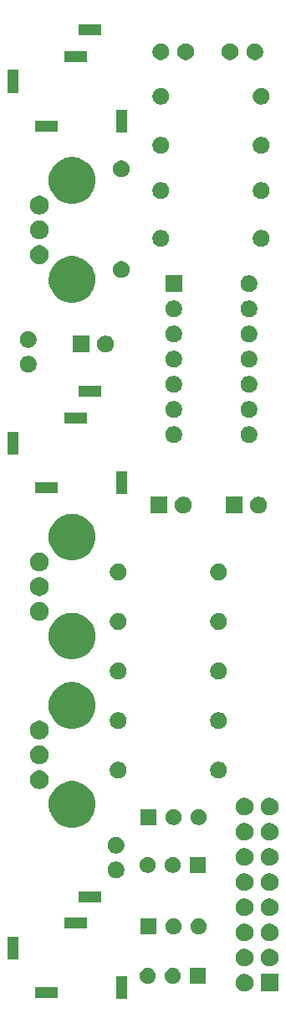
<source format=gbr>
G04 #@! TF.GenerationSoftware,KiCad,Pcbnew,(5.1.5)-3*
G04 #@! TF.CreationDate,2020-08-10T17:18:32-07:00*
G04 #@! TF.ProjectId,Notch_Filter_THT,4e6f7463-685f-4466-996c-7465725f5448,rev?*
G04 #@! TF.SameCoordinates,Original*
G04 #@! TF.FileFunction,Soldermask,Bot*
G04 #@! TF.FilePolarity,Negative*
%FSLAX46Y46*%
G04 Gerber Fmt 4.6, Leading zero omitted, Abs format (unit mm)*
G04 Created by KiCad (PCBNEW (5.1.5)-3) date 2020-08-10 17:18:32*
%MOMM*%
%LPD*%
G04 APERTURE LIST*
%ADD10C,0.100000*%
G04 APERTURE END LIST*
D10*
G36*
X13551000Y-99151000D02*
G01*
X12449000Y-99151000D01*
X12449000Y-96849000D01*
X13551000Y-96849000D01*
X13551000Y-99151000D01*
G37*
G36*
X6551000Y-99051000D02*
G01*
X4249000Y-99051000D01*
X4249000Y-97949000D01*
X6551000Y-97949000D01*
X6551000Y-99051000D01*
G37*
G36*
X25573512Y-96603927D02*
G01*
X25722812Y-96633624D01*
X25886784Y-96701544D01*
X26034354Y-96800147D01*
X26159853Y-96925646D01*
X26258456Y-97073216D01*
X26326376Y-97237188D01*
X26361000Y-97411259D01*
X26361000Y-97588741D01*
X26326376Y-97762812D01*
X26258456Y-97926784D01*
X26159853Y-98074354D01*
X26034354Y-98199853D01*
X25886784Y-98298456D01*
X25722812Y-98366376D01*
X25573512Y-98396073D01*
X25548742Y-98401000D01*
X25371258Y-98401000D01*
X25346488Y-98396073D01*
X25197188Y-98366376D01*
X25033216Y-98298456D01*
X24885646Y-98199853D01*
X24760147Y-98074354D01*
X24661544Y-97926784D01*
X24593624Y-97762812D01*
X24559000Y-97588741D01*
X24559000Y-97411259D01*
X24593624Y-97237188D01*
X24661544Y-97073216D01*
X24760147Y-96925646D01*
X24885646Y-96800147D01*
X25033216Y-96701544D01*
X25197188Y-96633624D01*
X25346488Y-96603927D01*
X25371258Y-96599000D01*
X25548742Y-96599000D01*
X25573512Y-96603927D01*
G37*
G36*
X28901000Y-98401000D02*
G01*
X27099000Y-98401000D01*
X27099000Y-96599000D01*
X28901000Y-96599000D01*
X28901000Y-98401000D01*
G37*
G36*
X15900560Y-96030166D02*
G01*
X16048153Y-96091301D01*
X16180982Y-96180055D01*
X16293945Y-96293018D01*
X16382700Y-96425849D01*
X16443834Y-96573440D01*
X16455806Y-96633625D01*
X16475000Y-96730123D01*
X16475000Y-96889877D01*
X16443834Y-97046560D01*
X16382699Y-97194153D01*
X16293945Y-97326982D01*
X16180982Y-97439945D01*
X16048153Y-97528699D01*
X16048152Y-97528700D01*
X16048151Y-97528700D01*
X15900560Y-97589834D01*
X15743878Y-97621000D01*
X15584122Y-97621000D01*
X15427440Y-97589834D01*
X15279849Y-97528700D01*
X15279848Y-97528700D01*
X15279847Y-97528699D01*
X15147018Y-97439945D01*
X15034055Y-97326982D01*
X14945301Y-97194153D01*
X14884166Y-97046560D01*
X14853000Y-96889877D01*
X14853000Y-96730123D01*
X14872195Y-96633625D01*
X14884166Y-96573440D01*
X14945300Y-96425849D01*
X15034055Y-96293018D01*
X15147018Y-96180055D01*
X15279847Y-96091301D01*
X15427440Y-96030166D01*
X15584122Y-95999000D01*
X15743878Y-95999000D01*
X15900560Y-96030166D01*
G37*
G36*
X21555000Y-97621000D02*
G01*
X19933000Y-97621000D01*
X19933000Y-95999000D01*
X21555000Y-95999000D01*
X21555000Y-97621000D01*
G37*
G36*
X18440560Y-96030166D02*
G01*
X18588153Y-96091301D01*
X18720982Y-96180055D01*
X18833945Y-96293018D01*
X18922700Y-96425849D01*
X18983834Y-96573440D01*
X18995806Y-96633625D01*
X19015000Y-96730123D01*
X19015000Y-96889877D01*
X18983834Y-97046560D01*
X18922699Y-97194153D01*
X18833945Y-97326982D01*
X18720982Y-97439945D01*
X18588153Y-97528699D01*
X18588152Y-97528700D01*
X18588151Y-97528700D01*
X18440560Y-97589834D01*
X18283878Y-97621000D01*
X18124122Y-97621000D01*
X17967440Y-97589834D01*
X17819849Y-97528700D01*
X17819848Y-97528700D01*
X17819847Y-97528699D01*
X17687018Y-97439945D01*
X17574055Y-97326982D01*
X17485301Y-97194153D01*
X17424166Y-97046560D01*
X17393000Y-96889877D01*
X17393000Y-96730123D01*
X17412195Y-96633625D01*
X17424166Y-96573440D01*
X17485300Y-96425849D01*
X17574055Y-96293018D01*
X17687018Y-96180055D01*
X17819847Y-96091301D01*
X17967440Y-96030166D01*
X18124122Y-95999000D01*
X18283878Y-95999000D01*
X18440560Y-96030166D01*
G37*
G36*
X28113512Y-94063927D02*
G01*
X28262812Y-94093624D01*
X28426784Y-94161544D01*
X28574354Y-94260147D01*
X28699853Y-94385646D01*
X28798456Y-94533216D01*
X28866376Y-94697188D01*
X28901000Y-94871259D01*
X28901000Y-95048741D01*
X28866376Y-95222812D01*
X28798456Y-95386784D01*
X28699853Y-95534354D01*
X28574354Y-95659853D01*
X28426784Y-95758456D01*
X28262812Y-95826376D01*
X28113512Y-95856073D01*
X28088742Y-95861000D01*
X27911258Y-95861000D01*
X27886488Y-95856073D01*
X27737188Y-95826376D01*
X27573216Y-95758456D01*
X27425646Y-95659853D01*
X27300147Y-95534354D01*
X27201544Y-95386784D01*
X27133624Y-95222812D01*
X27099000Y-95048741D01*
X27099000Y-94871259D01*
X27133624Y-94697188D01*
X27201544Y-94533216D01*
X27300147Y-94385646D01*
X27425646Y-94260147D01*
X27573216Y-94161544D01*
X27737188Y-94093624D01*
X27886488Y-94063927D01*
X27911258Y-94059000D01*
X28088742Y-94059000D01*
X28113512Y-94063927D01*
G37*
G36*
X25573512Y-94063927D02*
G01*
X25722812Y-94093624D01*
X25886784Y-94161544D01*
X26034354Y-94260147D01*
X26159853Y-94385646D01*
X26258456Y-94533216D01*
X26326376Y-94697188D01*
X26361000Y-94871259D01*
X26361000Y-95048741D01*
X26326376Y-95222812D01*
X26258456Y-95386784D01*
X26159853Y-95534354D01*
X26034354Y-95659853D01*
X25886784Y-95758456D01*
X25722812Y-95826376D01*
X25573512Y-95856073D01*
X25548742Y-95861000D01*
X25371258Y-95861000D01*
X25346488Y-95856073D01*
X25197188Y-95826376D01*
X25033216Y-95758456D01*
X24885646Y-95659853D01*
X24760147Y-95534354D01*
X24661544Y-95386784D01*
X24593624Y-95222812D01*
X24559000Y-95048741D01*
X24559000Y-94871259D01*
X24593624Y-94697188D01*
X24661544Y-94533216D01*
X24760147Y-94385646D01*
X24885646Y-94260147D01*
X25033216Y-94161544D01*
X25197188Y-94093624D01*
X25346488Y-94063927D01*
X25371258Y-94059000D01*
X25548742Y-94059000D01*
X25573512Y-94063927D01*
G37*
G36*
X2551000Y-95151000D02*
G01*
X1449000Y-95151000D01*
X1449000Y-92849000D01*
X2551000Y-92849000D01*
X2551000Y-95151000D01*
G37*
G36*
X25573512Y-91523927D02*
G01*
X25722812Y-91553624D01*
X25886784Y-91621544D01*
X26034354Y-91720147D01*
X26159853Y-91845646D01*
X26258456Y-91993216D01*
X26326376Y-92157188D01*
X26361000Y-92331259D01*
X26361000Y-92508741D01*
X26326376Y-92682812D01*
X26258456Y-92846784D01*
X26159853Y-92994354D01*
X26034354Y-93119853D01*
X25886784Y-93218456D01*
X25722812Y-93286376D01*
X25573512Y-93316073D01*
X25548742Y-93321000D01*
X25371258Y-93321000D01*
X25346488Y-93316073D01*
X25197188Y-93286376D01*
X25033216Y-93218456D01*
X24885646Y-93119853D01*
X24760147Y-92994354D01*
X24661544Y-92846784D01*
X24593624Y-92682812D01*
X24559000Y-92508741D01*
X24559000Y-92331259D01*
X24593624Y-92157188D01*
X24661544Y-91993216D01*
X24760147Y-91845646D01*
X24885646Y-91720147D01*
X25033216Y-91621544D01*
X25197188Y-91553624D01*
X25346488Y-91523927D01*
X25371258Y-91519000D01*
X25548742Y-91519000D01*
X25573512Y-91523927D01*
G37*
G36*
X28113512Y-91523927D02*
G01*
X28262812Y-91553624D01*
X28426784Y-91621544D01*
X28574354Y-91720147D01*
X28699853Y-91845646D01*
X28798456Y-91993216D01*
X28866376Y-92157188D01*
X28901000Y-92331259D01*
X28901000Y-92508741D01*
X28866376Y-92682812D01*
X28798456Y-92846784D01*
X28699853Y-92994354D01*
X28574354Y-93119853D01*
X28426784Y-93218456D01*
X28262812Y-93286376D01*
X28113512Y-93316073D01*
X28088742Y-93321000D01*
X27911258Y-93321000D01*
X27886488Y-93316073D01*
X27737188Y-93286376D01*
X27573216Y-93218456D01*
X27425646Y-93119853D01*
X27300147Y-92994354D01*
X27201544Y-92846784D01*
X27133624Y-92682812D01*
X27099000Y-92508741D01*
X27099000Y-92331259D01*
X27133624Y-92157188D01*
X27201544Y-91993216D01*
X27300147Y-91845646D01*
X27425646Y-91720147D01*
X27573216Y-91621544D01*
X27737188Y-91553624D01*
X27886488Y-91523927D01*
X27911258Y-91519000D01*
X28088742Y-91519000D01*
X28113512Y-91523927D01*
G37*
G36*
X16555000Y-92621000D02*
G01*
X14933000Y-92621000D01*
X14933000Y-90999000D01*
X16555000Y-90999000D01*
X16555000Y-92621000D01*
G37*
G36*
X21060560Y-91030166D02*
G01*
X21208153Y-91091301D01*
X21340982Y-91180055D01*
X21453945Y-91293018D01*
X21542700Y-91425849D01*
X21603834Y-91573440D01*
X21635000Y-91730122D01*
X21635000Y-91889878D01*
X21603834Y-92046560D01*
X21558011Y-92157188D01*
X21542699Y-92194153D01*
X21453945Y-92326982D01*
X21340982Y-92439945D01*
X21208153Y-92528699D01*
X21208152Y-92528700D01*
X21208151Y-92528700D01*
X21060560Y-92589834D01*
X20903878Y-92621000D01*
X20744122Y-92621000D01*
X20587440Y-92589834D01*
X20439849Y-92528700D01*
X20439848Y-92528700D01*
X20439847Y-92528699D01*
X20307018Y-92439945D01*
X20194055Y-92326982D01*
X20105301Y-92194153D01*
X20089990Y-92157188D01*
X20044166Y-92046560D01*
X20013000Y-91889878D01*
X20013000Y-91730122D01*
X20044166Y-91573440D01*
X20105300Y-91425849D01*
X20194055Y-91293018D01*
X20307018Y-91180055D01*
X20439847Y-91091301D01*
X20587440Y-91030166D01*
X20744122Y-90999000D01*
X20903878Y-90999000D01*
X21060560Y-91030166D01*
G37*
G36*
X18520560Y-91030166D02*
G01*
X18668153Y-91091301D01*
X18800982Y-91180055D01*
X18913945Y-91293018D01*
X19002700Y-91425849D01*
X19063834Y-91573440D01*
X19095000Y-91730122D01*
X19095000Y-91889878D01*
X19063834Y-92046560D01*
X19018011Y-92157188D01*
X19002699Y-92194153D01*
X18913945Y-92326982D01*
X18800982Y-92439945D01*
X18668153Y-92528699D01*
X18668152Y-92528700D01*
X18668151Y-92528700D01*
X18520560Y-92589834D01*
X18363878Y-92621000D01*
X18204122Y-92621000D01*
X18047440Y-92589834D01*
X17899849Y-92528700D01*
X17899848Y-92528700D01*
X17899847Y-92528699D01*
X17767018Y-92439945D01*
X17654055Y-92326982D01*
X17565301Y-92194153D01*
X17549990Y-92157188D01*
X17504166Y-92046560D01*
X17473000Y-91889878D01*
X17473000Y-91730122D01*
X17504166Y-91573440D01*
X17565300Y-91425849D01*
X17654055Y-91293018D01*
X17767018Y-91180055D01*
X17899847Y-91091301D01*
X18047440Y-91030166D01*
X18204122Y-90999000D01*
X18363878Y-90999000D01*
X18520560Y-91030166D01*
G37*
G36*
X9551000Y-92051000D02*
G01*
X7249000Y-92051000D01*
X7249000Y-90949000D01*
X9551000Y-90949000D01*
X9551000Y-92051000D01*
G37*
G36*
X25573512Y-88983927D02*
G01*
X25722812Y-89013624D01*
X25886784Y-89081544D01*
X26034354Y-89180147D01*
X26159853Y-89305646D01*
X26258456Y-89453216D01*
X26326376Y-89617188D01*
X26361000Y-89791259D01*
X26361000Y-89968741D01*
X26326376Y-90142812D01*
X26258456Y-90306784D01*
X26159853Y-90454354D01*
X26034354Y-90579853D01*
X25886784Y-90678456D01*
X25722812Y-90746376D01*
X25573512Y-90776073D01*
X25548742Y-90781000D01*
X25371258Y-90781000D01*
X25346488Y-90776073D01*
X25197188Y-90746376D01*
X25033216Y-90678456D01*
X24885646Y-90579853D01*
X24760147Y-90454354D01*
X24661544Y-90306784D01*
X24593624Y-90142812D01*
X24559000Y-89968741D01*
X24559000Y-89791259D01*
X24593624Y-89617188D01*
X24661544Y-89453216D01*
X24760147Y-89305646D01*
X24885646Y-89180147D01*
X25033216Y-89081544D01*
X25197188Y-89013624D01*
X25346488Y-88983927D01*
X25371258Y-88979000D01*
X25548742Y-88979000D01*
X25573512Y-88983927D01*
G37*
G36*
X28113512Y-88983927D02*
G01*
X28262812Y-89013624D01*
X28426784Y-89081544D01*
X28574354Y-89180147D01*
X28699853Y-89305646D01*
X28798456Y-89453216D01*
X28866376Y-89617188D01*
X28901000Y-89791259D01*
X28901000Y-89968741D01*
X28866376Y-90142812D01*
X28798456Y-90306784D01*
X28699853Y-90454354D01*
X28574354Y-90579853D01*
X28426784Y-90678456D01*
X28262812Y-90746376D01*
X28113512Y-90776073D01*
X28088742Y-90781000D01*
X27911258Y-90781000D01*
X27886488Y-90776073D01*
X27737188Y-90746376D01*
X27573216Y-90678456D01*
X27425646Y-90579853D01*
X27300147Y-90454354D01*
X27201544Y-90306784D01*
X27133624Y-90142812D01*
X27099000Y-89968741D01*
X27099000Y-89791259D01*
X27133624Y-89617188D01*
X27201544Y-89453216D01*
X27300147Y-89305646D01*
X27425646Y-89180147D01*
X27573216Y-89081544D01*
X27737188Y-89013624D01*
X27886488Y-88983927D01*
X27911258Y-88979000D01*
X28088742Y-88979000D01*
X28113512Y-88983927D01*
G37*
G36*
X10951000Y-89351000D02*
G01*
X8649000Y-89351000D01*
X8649000Y-88249000D01*
X10951000Y-88249000D01*
X10951000Y-89351000D01*
G37*
G36*
X25573512Y-86443927D02*
G01*
X25722812Y-86473624D01*
X25886784Y-86541544D01*
X26034354Y-86640147D01*
X26159853Y-86765646D01*
X26258456Y-86913216D01*
X26326376Y-87077188D01*
X26361000Y-87251259D01*
X26361000Y-87428741D01*
X26326376Y-87602812D01*
X26258456Y-87766784D01*
X26159853Y-87914354D01*
X26034354Y-88039853D01*
X25886784Y-88138456D01*
X25722812Y-88206376D01*
X25573512Y-88236073D01*
X25548742Y-88241000D01*
X25371258Y-88241000D01*
X25346488Y-88236073D01*
X25197188Y-88206376D01*
X25033216Y-88138456D01*
X24885646Y-88039853D01*
X24760147Y-87914354D01*
X24661544Y-87766784D01*
X24593624Y-87602812D01*
X24559000Y-87428741D01*
X24559000Y-87251259D01*
X24593624Y-87077188D01*
X24661544Y-86913216D01*
X24760147Y-86765646D01*
X24885646Y-86640147D01*
X25033216Y-86541544D01*
X25197188Y-86473624D01*
X25346488Y-86443927D01*
X25371258Y-86439000D01*
X25548742Y-86439000D01*
X25573512Y-86443927D01*
G37*
G36*
X28113512Y-86443927D02*
G01*
X28262812Y-86473624D01*
X28426784Y-86541544D01*
X28574354Y-86640147D01*
X28699853Y-86765646D01*
X28798456Y-86913216D01*
X28866376Y-87077188D01*
X28901000Y-87251259D01*
X28901000Y-87428741D01*
X28866376Y-87602812D01*
X28798456Y-87766784D01*
X28699853Y-87914354D01*
X28574354Y-88039853D01*
X28426784Y-88138456D01*
X28262812Y-88206376D01*
X28113512Y-88236073D01*
X28088742Y-88241000D01*
X27911258Y-88241000D01*
X27886488Y-88236073D01*
X27737188Y-88206376D01*
X27573216Y-88138456D01*
X27425646Y-88039853D01*
X27300147Y-87914354D01*
X27201544Y-87766784D01*
X27133624Y-87602812D01*
X27099000Y-87428741D01*
X27099000Y-87251259D01*
X27133624Y-87077188D01*
X27201544Y-86913216D01*
X27300147Y-86765646D01*
X27425646Y-86640147D01*
X27573216Y-86541544D01*
X27737188Y-86473624D01*
X27886488Y-86443927D01*
X27911258Y-86439000D01*
X28088742Y-86439000D01*
X28113512Y-86443927D01*
G37*
G36*
X12694228Y-85287703D02*
G01*
X12849100Y-85351853D01*
X12988481Y-85444985D01*
X13107015Y-85563519D01*
X13200147Y-85702900D01*
X13264297Y-85857772D01*
X13297000Y-86022184D01*
X13297000Y-86189816D01*
X13264297Y-86354228D01*
X13200147Y-86509100D01*
X13107015Y-86648481D01*
X12988481Y-86767015D01*
X12849100Y-86860147D01*
X12694228Y-86924297D01*
X12529816Y-86957000D01*
X12362184Y-86957000D01*
X12197772Y-86924297D01*
X12042900Y-86860147D01*
X11903519Y-86767015D01*
X11784985Y-86648481D01*
X11691853Y-86509100D01*
X11627703Y-86354228D01*
X11595000Y-86189816D01*
X11595000Y-86022184D01*
X11627703Y-85857772D01*
X11691853Y-85702900D01*
X11784985Y-85563519D01*
X11903519Y-85444985D01*
X12042900Y-85351853D01*
X12197772Y-85287703D01*
X12362184Y-85255000D01*
X12529816Y-85255000D01*
X12694228Y-85287703D01*
G37*
G36*
X18440560Y-84818166D02*
G01*
X18588153Y-84879301D01*
X18720982Y-84968055D01*
X18833945Y-85081018D01*
X18922699Y-85213847D01*
X18983834Y-85361440D01*
X19015000Y-85518123D01*
X19015000Y-85677877D01*
X18983834Y-85834560D01*
X18922699Y-85982153D01*
X18833945Y-86114982D01*
X18720982Y-86227945D01*
X18588153Y-86316699D01*
X18588152Y-86316700D01*
X18588151Y-86316700D01*
X18440560Y-86377834D01*
X18283878Y-86409000D01*
X18124122Y-86409000D01*
X17967440Y-86377834D01*
X17819849Y-86316700D01*
X17819848Y-86316700D01*
X17819847Y-86316699D01*
X17687018Y-86227945D01*
X17574055Y-86114982D01*
X17485301Y-85982153D01*
X17424166Y-85834560D01*
X17393000Y-85677877D01*
X17393000Y-85518123D01*
X17424166Y-85361440D01*
X17485301Y-85213847D01*
X17574055Y-85081018D01*
X17687018Y-84968055D01*
X17819847Y-84879301D01*
X17967440Y-84818166D01*
X18124122Y-84787000D01*
X18283878Y-84787000D01*
X18440560Y-84818166D01*
G37*
G36*
X15900560Y-84818166D02*
G01*
X16048153Y-84879301D01*
X16180982Y-84968055D01*
X16293945Y-85081018D01*
X16382699Y-85213847D01*
X16443834Y-85361440D01*
X16475000Y-85518123D01*
X16475000Y-85677877D01*
X16443834Y-85834560D01*
X16382699Y-85982153D01*
X16293945Y-86114982D01*
X16180982Y-86227945D01*
X16048153Y-86316699D01*
X16048152Y-86316700D01*
X16048151Y-86316700D01*
X15900560Y-86377834D01*
X15743878Y-86409000D01*
X15584122Y-86409000D01*
X15427440Y-86377834D01*
X15279849Y-86316700D01*
X15279848Y-86316700D01*
X15279847Y-86316699D01*
X15147018Y-86227945D01*
X15034055Y-86114982D01*
X14945301Y-85982153D01*
X14884166Y-85834560D01*
X14853000Y-85677877D01*
X14853000Y-85518123D01*
X14884166Y-85361440D01*
X14945301Y-85213847D01*
X15034055Y-85081018D01*
X15147018Y-84968055D01*
X15279847Y-84879301D01*
X15427440Y-84818166D01*
X15584122Y-84787000D01*
X15743878Y-84787000D01*
X15900560Y-84818166D01*
G37*
G36*
X21555000Y-86409000D02*
G01*
X19933000Y-86409000D01*
X19933000Y-84787000D01*
X21555000Y-84787000D01*
X21555000Y-86409000D01*
G37*
G36*
X25573512Y-83903927D02*
G01*
X25722812Y-83933624D01*
X25886784Y-84001544D01*
X26034354Y-84100147D01*
X26159853Y-84225646D01*
X26258456Y-84373216D01*
X26326376Y-84537188D01*
X26361000Y-84711259D01*
X26361000Y-84888741D01*
X26326376Y-85062812D01*
X26258456Y-85226784D01*
X26159853Y-85374354D01*
X26034354Y-85499853D01*
X25886784Y-85598456D01*
X25722812Y-85666376D01*
X25573512Y-85696073D01*
X25548742Y-85701000D01*
X25371258Y-85701000D01*
X25346488Y-85696073D01*
X25197188Y-85666376D01*
X25033216Y-85598456D01*
X24885646Y-85499853D01*
X24760147Y-85374354D01*
X24661544Y-85226784D01*
X24593624Y-85062812D01*
X24559000Y-84888741D01*
X24559000Y-84711259D01*
X24593624Y-84537188D01*
X24661544Y-84373216D01*
X24760147Y-84225646D01*
X24885646Y-84100147D01*
X25033216Y-84001544D01*
X25197188Y-83933624D01*
X25346488Y-83903927D01*
X25371258Y-83899000D01*
X25548742Y-83899000D01*
X25573512Y-83903927D01*
G37*
G36*
X28113512Y-83903927D02*
G01*
X28262812Y-83933624D01*
X28426784Y-84001544D01*
X28574354Y-84100147D01*
X28699853Y-84225646D01*
X28798456Y-84373216D01*
X28866376Y-84537188D01*
X28901000Y-84711259D01*
X28901000Y-84888741D01*
X28866376Y-85062812D01*
X28798456Y-85226784D01*
X28699853Y-85374354D01*
X28574354Y-85499853D01*
X28426784Y-85598456D01*
X28262812Y-85666376D01*
X28113512Y-85696073D01*
X28088742Y-85701000D01*
X27911258Y-85701000D01*
X27886488Y-85696073D01*
X27737188Y-85666376D01*
X27573216Y-85598456D01*
X27425646Y-85499853D01*
X27300147Y-85374354D01*
X27201544Y-85226784D01*
X27133624Y-85062812D01*
X27099000Y-84888741D01*
X27099000Y-84711259D01*
X27133624Y-84537188D01*
X27201544Y-84373216D01*
X27300147Y-84225646D01*
X27425646Y-84100147D01*
X27573216Y-84001544D01*
X27737188Y-83933624D01*
X27886488Y-83903927D01*
X27911258Y-83899000D01*
X28088742Y-83899000D01*
X28113512Y-83903927D01*
G37*
G36*
X12694228Y-82787703D02*
G01*
X12849100Y-82851853D01*
X12988481Y-82944985D01*
X13107015Y-83063519D01*
X13200147Y-83202900D01*
X13264297Y-83357772D01*
X13297000Y-83522184D01*
X13297000Y-83689816D01*
X13264297Y-83854228D01*
X13200147Y-84009100D01*
X13107015Y-84148481D01*
X12988481Y-84267015D01*
X12849100Y-84360147D01*
X12694228Y-84424297D01*
X12529816Y-84457000D01*
X12362184Y-84457000D01*
X12197772Y-84424297D01*
X12042900Y-84360147D01*
X11903519Y-84267015D01*
X11784985Y-84148481D01*
X11691853Y-84009100D01*
X11627703Y-83854228D01*
X11595000Y-83689816D01*
X11595000Y-83522184D01*
X11627703Y-83357772D01*
X11691853Y-83202900D01*
X11784985Y-83063519D01*
X11903519Y-82944985D01*
X12042900Y-82851853D01*
X12197772Y-82787703D01*
X12362184Y-82755000D01*
X12529816Y-82755000D01*
X12694228Y-82787703D01*
G37*
G36*
X28113512Y-81363927D02*
G01*
X28262812Y-81393624D01*
X28426784Y-81461544D01*
X28574354Y-81560147D01*
X28699853Y-81685646D01*
X28798456Y-81833216D01*
X28866376Y-81997188D01*
X28901000Y-82171259D01*
X28901000Y-82348741D01*
X28866376Y-82522812D01*
X28798456Y-82686784D01*
X28699853Y-82834354D01*
X28574354Y-82959853D01*
X28426784Y-83058456D01*
X28262812Y-83126376D01*
X28113512Y-83156073D01*
X28088742Y-83161000D01*
X27911258Y-83161000D01*
X27886488Y-83156073D01*
X27737188Y-83126376D01*
X27573216Y-83058456D01*
X27425646Y-82959853D01*
X27300147Y-82834354D01*
X27201544Y-82686784D01*
X27133624Y-82522812D01*
X27099000Y-82348741D01*
X27099000Y-82171259D01*
X27133624Y-81997188D01*
X27201544Y-81833216D01*
X27300147Y-81685646D01*
X27425646Y-81560147D01*
X27573216Y-81461544D01*
X27737188Y-81393624D01*
X27886488Y-81363927D01*
X27911258Y-81359000D01*
X28088742Y-81359000D01*
X28113512Y-81363927D01*
G37*
G36*
X25573512Y-81363927D02*
G01*
X25722812Y-81393624D01*
X25886784Y-81461544D01*
X26034354Y-81560147D01*
X26159853Y-81685646D01*
X26258456Y-81833216D01*
X26326376Y-81997188D01*
X26361000Y-82171259D01*
X26361000Y-82348741D01*
X26326376Y-82522812D01*
X26258456Y-82686784D01*
X26159853Y-82834354D01*
X26034354Y-82959853D01*
X25886784Y-83058456D01*
X25722812Y-83126376D01*
X25573512Y-83156073D01*
X25548742Y-83161000D01*
X25371258Y-83161000D01*
X25346488Y-83156073D01*
X25197188Y-83126376D01*
X25033216Y-83058456D01*
X24885646Y-82959853D01*
X24760147Y-82834354D01*
X24661544Y-82686784D01*
X24593624Y-82522812D01*
X24559000Y-82348741D01*
X24559000Y-82171259D01*
X24593624Y-81997188D01*
X24661544Y-81833216D01*
X24760147Y-81685646D01*
X24885646Y-81560147D01*
X25033216Y-81461544D01*
X25197188Y-81393624D01*
X25346488Y-81363927D01*
X25371258Y-81359000D01*
X25548742Y-81359000D01*
X25573512Y-81363927D01*
G37*
G36*
X8534358Y-77209232D02*
G01*
X8685761Y-77239348D01*
X9113616Y-77416571D01*
X9498675Y-77673859D01*
X9826141Y-78001325D01*
X10083429Y-78386384D01*
X10083430Y-78386386D01*
X10260652Y-78814240D01*
X10351000Y-79268445D01*
X10351000Y-79731555D01*
X10301021Y-79982812D01*
X10260652Y-80185761D01*
X10163688Y-80419853D01*
X10115811Y-80535440D01*
X10083429Y-80613616D01*
X9826141Y-80998675D01*
X9498675Y-81326141D01*
X9113616Y-81583429D01*
X8685761Y-81760652D01*
X8534358Y-81790768D01*
X8231555Y-81851000D01*
X7768445Y-81851000D01*
X7465642Y-81790768D01*
X7314239Y-81760652D01*
X6886384Y-81583429D01*
X6501325Y-81326141D01*
X6173859Y-80998675D01*
X5916571Y-80613616D01*
X5884190Y-80535440D01*
X5836312Y-80419853D01*
X5739348Y-80185761D01*
X5698979Y-79982812D01*
X5649000Y-79731555D01*
X5649000Y-79268445D01*
X5739348Y-78814240D01*
X5916570Y-78386386D01*
X5916571Y-78386384D01*
X6173859Y-78001325D01*
X6501325Y-77673859D01*
X6886384Y-77416571D01*
X7314239Y-77239348D01*
X7465642Y-77209232D01*
X7768445Y-77149000D01*
X8231555Y-77149000D01*
X8534358Y-77209232D01*
G37*
G36*
X21013529Y-79982811D02*
G01*
X21060560Y-79992166D01*
X21208153Y-80053301D01*
X21340982Y-80142055D01*
X21453945Y-80255018D01*
X21542699Y-80387847D01*
X21603834Y-80535440D01*
X21635000Y-80692123D01*
X21635000Y-80851877D01*
X21603834Y-81008560D01*
X21542699Y-81156153D01*
X21453945Y-81288982D01*
X21340982Y-81401945D01*
X21208153Y-81490699D01*
X21208152Y-81490700D01*
X21208151Y-81490700D01*
X21060560Y-81551834D01*
X20903878Y-81583000D01*
X20744122Y-81583000D01*
X20587440Y-81551834D01*
X20439849Y-81490700D01*
X20439848Y-81490700D01*
X20439847Y-81490699D01*
X20307018Y-81401945D01*
X20194055Y-81288982D01*
X20105301Y-81156153D01*
X20044166Y-81008560D01*
X20013000Y-80851877D01*
X20013000Y-80692123D01*
X20044166Y-80535440D01*
X20105301Y-80387847D01*
X20194055Y-80255018D01*
X20307018Y-80142055D01*
X20439847Y-80053301D01*
X20587440Y-79992166D01*
X20634471Y-79982811D01*
X20744122Y-79961000D01*
X20903878Y-79961000D01*
X21013529Y-79982811D01*
G37*
G36*
X18473529Y-79982811D02*
G01*
X18520560Y-79992166D01*
X18668153Y-80053301D01*
X18800982Y-80142055D01*
X18913945Y-80255018D01*
X19002699Y-80387847D01*
X19063834Y-80535440D01*
X19095000Y-80692123D01*
X19095000Y-80851877D01*
X19063834Y-81008560D01*
X19002699Y-81156153D01*
X18913945Y-81288982D01*
X18800982Y-81401945D01*
X18668153Y-81490699D01*
X18668152Y-81490700D01*
X18668151Y-81490700D01*
X18520560Y-81551834D01*
X18363878Y-81583000D01*
X18204122Y-81583000D01*
X18047440Y-81551834D01*
X17899849Y-81490700D01*
X17899848Y-81490700D01*
X17899847Y-81490699D01*
X17767018Y-81401945D01*
X17654055Y-81288982D01*
X17565301Y-81156153D01*
X17504166Y-81008560D01*
X17473000Y-80851877D01*
X17473000Y-80692123D01*
X17504166Y-80535440D01*
X17565301Y-80387847D01*
X17654055Y-80255018D01*
X17767018Y-80142055D01*
X17899847Y-80053301D01*
X18047440Y-79992166D01*
X18094471Y-79982811D01*
X18204122Y-79961000D01*
X18363878Y-79961000D01*
X18473529Y-79982811D01*
G37*
G36*
X16555000Y-81583000D02*
G01*
X14933000Y-81583000D01*
X14933000Y-79961000D01*
X16555000Y-79961000D01*
X16555000Y-81583000D01*
G37*
G36*
X25573512Y-78823927D02*
G01*
X25722812Y-78853624D01*
X25886784Y-78921544D01*
X26034354Y-79020147D01*
X26159853Y-79145646D01*
X26258456Y-79293216D01*
X26326376Y-79457188D01*
X26361000Y-79631259D01*
X26361000Y-79808741D01*
X26326376Y-79982812D01*
X26258456Y-80146784D01*
X26159853Y-80294354D01*
X26034354Y-80419853D01*
X25886784Y-80518456D01*
X25722812Y-80586376D01*
X25573512Y-80616073D01*
X25548742Y-80621000D01*
X25371258Y-80621000D01*
X25346488Y-80616073D01*
X25197188Y-80586376D01*
X25033216Y-80518456D01*
X24885646Y-80419853D01*
X24760147Y-80294354D01*
X24661544Y-80146784D01*
X24593624Y-79982812D01*
X24559000Y-79808741D01*
X24559000Y-79631259D01*
X24593624Y-79457188D01*
X24661544Y-79293216D01*
X24760147Y-79145646D01*
X24885646Y-79020147D01*
X25033216Y-78921544D01*
X25197188Y-78853624D01*
X25346488Y-78823927D01*
X25371258Y-78819000D01*
X25548742Y-78819000D01*
X25573512Y-78823927D01*
G37*
G36*
X28113512Y-78823927D02*
G01*
X28262812Y-78853624D01*
X28426784Y-78921544D01*
X28574354Y-79020147D01*
X28699853Y-79145646D01*
X28798456Y-79293216D01*
X28866376Y-79457188D01*
X28901000Y-79631259D01*
X28901000Y-79808741D01*
X28866376Y-79982812D01*
X28798456Y-80146784D01*
X28699853Y-80294354D01*
X28574354Y-80419853D01*
X28426784Y-80518456D01*
X28262812Y-80586376D01*
X28113512Y-80616073D01*
X28088742Y-80621000D01*
X27911258Y-80621000D01*
X27886488Y-80616073D01*
X27737188Y-80586376D01*
X27573216Y-80518456D01*
X27425646Y-80419853D01*
X27300147Y-80294354D01*
X27201544Y-80146784D01*
X27133624Y-79982812D01*
X27099000Y-79808741D01*
X27099000Y-79631259D01*
X27133624Y-79457188D01*
X27201544Y-79293216D01*
X27300147Y-79145646D01*
X27425646Y-79020147D01*
X27573216Y-78921544D01*
X27737188Y-78853624D01*
X27886488Y-78823927D01*
X27911258Y-78819000D01*
X28088742Y-78819000D01*
X28113512Y-78823927D01*
G37*
G36*
X4977395Y-76085546D02*
G01*
X5150466Y-76157234D01*
X5150467Y-76157235D01*
X5306227Y-76261310D01*
X5438690Y-76393773D01*
X5438691Y-76393775D01*
X5542766Y-76549534D01*
X5614454Y-76722605D01*
X5651000Y-76906333D01*
X5651000Y-77093667D01*
X5614454Y-77277395D01*
X5542766Y-77450466D01*
X5542765Y-77450467D01*
X5438690Y-77606227D01*
X5306227Y-77738690D01*
X5227818Y-77791081D01*
X5150466Y-77842766D01*
X4977395Y-77914454D01*
X4793667Y-77951000D01*
X4606333Y-77951000D01*
X4422605Y-77914454D01*
X4249534Y-77842766D01*
X4172182Y-77791081D01*
X4093773Y-77738690D01*
X3961310Y-77606227D01*
X3857235Y-77450467D01*
X3857234Y-77450466D01*
X3785546Y-77277395D01*
X3749000Y-77093667D01*
X3749000Y-76906333D01*
X3785546Y-76722605D01*
X3857234Y-76549534D01*
X3961309Y-76393775D01*
X3961310Y-76393773D01*
X4093773Y-76261310D01*
X4249533Y-76157235D01*
X4249534Y-76157234D01*
X4422605Y-76085546D01*
X4606333Y-76049000D01*
X4793667Y-76049000D01*
X4977395Y-76085546D01*
G37*
G36*
X12930228Y-75211703D02*
G01*
X13085100Y-75275853D01*
X13224481Y-75368985D01*
X13343015Y-75487519D01*
X13436147Y-75626900D01*
X13500297Y-75781772D01*
X13533000Y-75946184D01*
X13533000Y-76113816D01*
X13500297Y-76278228D01*
X13436147Y-76433100D01*
X13343015Y-76572481D01*
X13224481Y-76691015D01*
X13085100Y-76784147D01*
X12930228Y-76848297D01*
X12765816Y-76881000D01*
X12598184Y-76881000D01*
X12433772Y-76848297D01*
X12278900Y-76784147D01*
X12139519Y-76691015D01*
X12020985Y-76572481D01*
X11927853Y-76433100D01*
X11863703Y-76278228D01*
X11831000Y-76113816D01*
X11831000Y-75946184D01*
X11863703Y-75781772D01*
X11927853Y-75626900D01*
X12020985Y-75487519D01*
X12139519Y-75368985D01*
X12278900Y-75275853D01*
X12433772Y-75211703D01*
X12598184Y-75179000D01*
X12765816Y-75179000D01*
X12930228Y-75211703D01*
G37*
G36*
X23090228Y-75211703D02*
G01*
X23245100Y-75275853D01*
X23384481Y-75368985D01*
X23503015Y-75487519D01*
X23596147Y-75626900D01*
X23660297Y-75781772D01*
X23693000Y-75946184D01*
X23693000Y-76113816D01*
X23660297Y-76278228D01*
X23596147Y-76433100D01*
X23503015Y-76572481D01*
X23384481Y-76691015D01*
X23245100Y-76784147D01*
X23090228Y-76848297D01*
X22925816Y-76881000D01*
X22758184Y-76881000D01*
X22593772Y-76848297D01*
X22438900Y-76784147D01*
X22299519Y-76691015D01*
X22180985Y-76572481D01*
X22087853Y-76433100D01*
X22023703Y-76278228D01*
X21991000Y-76113816D01*
X21991000Y-75946184D01*
X22023703Y-75781772D01*
X22087853Y-75626900D01*
X22180985Y-75487519D01*
X22299519Y-75368985D01*
X22438900Y-75275853D01*
X22593772Y-75211703D01*
X22758184Y-75179000D01*
X22925816Y-75179000D01*
X23090228Y-75211703D01*
G37*
G36*
X4977395Y-73585546D02*
G01*
X5150466Y-73657234D01*
X5150467Y-73657235D01*
X5306227Y-73761310D01*
X5438690Y-73893773D01*
X5438691Y-73893775D01*
X5542766Y-74049534D01*
X5614454Y-74222605D01*
X5651000Y-74406333D01*
X5651000Y-74593667D01*
X5614454Y-74777395D01*
X5542766Y-74950466D01*
X5542765Y-74950467D01*
X5438690Y-75106227D01*
X5306227Y-75238690D01*
X5250610Y-75275852D01*
X5150466Y-75342766D01*
X4977395Y-75414454D01*
X4793667Y-75451000D01*
X4606333Y-75451000D01*
X4422605Y-75414454D01*
X4249534Y-75342766D01*
X4149390Y-75275852D01*
X4093773Y-75238690D01*
X3961310Y-75106227D01*
X3857235Y-74950467D01*
X3857234Y-74950466D01*
X3785546Y-74777395D01*
X3749000Y-74593667D01*
X3749000Y-74406333D01*
X3785546Y-74222605D01*
X3857234Y-74049534D01*
X3961309Y-73893775D01*
X3961310Y-73893773D01*
X4093773Y-73761310D01*
X4249533Y-73657235D01*
X4249534Y-73657234D01*
X4422605Y-73585546D01*
X4606333Y-73549000D01*
X4793667Y-73549000D01*
X4977395Y-73585546D01*
G37*
G36*
X4977395Y-71085546D02*
G01*
X5150466Y-71157234D01*
X5150467Y-71157235D01*
X5306227Y-71261310D01*
X5438690Y-71393773D01*
X5438691Y-71393775D01*
X5542766Y-71549534D01*
X5614454Y-71722605D01*
X5651000Y-71906333D01*
X5651000Y-72093667D01*
X5614454Y-72277395D01*
X5542766Y-72450466D01*
X5542765Y-72450467D01*
X5438690Y-72606227D01*
X5306227Y-72738690D01*
X5227818Y-72791081D01*
X5150466Y-72842766D01*
X4977395Y-72914454D01*
X4793667Y-72951000D01*
X4606333Y-72951000D01*
X4422605Y-72914454D01*
X4249534Y-72842766D01*
X4172182Y-72791081D01*
X4093773Y-72738690D01*
X3961310Y-72606227D01*
X3857235Y-72450467D01*
X3857234Y-72450466D01*
X3785546Y-72277395D01*
X3749000Y-72093667D01*
X3749000Y-71906333D01*
X3785546Y-71722605D01*
X3857234Y-71549534D01*
X3961309Y-71393775D01*
X3961310Y-71393773D01*
X4093773Y-71261310D01*
X4249533Y-71157235D01*
X4249534Y-71157234D01*
X4422605Y-71085546D01*
X4606333Y-71049000D01*
X4793667Y-71049000D01*
X4977395Y-71085546D01*
G37*
G36*
X12930228Y-70211703D02*
G01*
X13085100Y-70275853D01*
X13224481Y-70368985D01*
X13343015Y-70487519D01*
X13436147Y-70626900D01*
X13500297Y-70781772D01*
X13533000Y-70946184D01*
X13533000Y-71113816D01*
X13500297Y-71278228D01*
X13436147Y-71433100D01*
X13343015Y-71572481D01*
X13224481Y-71691015D01*
X13085100Y-71784147D01*
X12930228Y-71848297D01*
X12765816Y-71881000D01*
X12598184Y-71881000D01*
X12433772Y-71848297D01*
X12278900Y-71784147D01*
X12139519Y-71691015D01*
X12020985Y-71572481D01*
X11927853Y-71433100D01*
X11863703Y-71278228D01*
X11831000Y-71113816D01*
X11831000Y-70946184D01*
X11863703Y-70781772D01*
X11927853Y-70626900D01*
X12020985Y-70487519D01*
X12139519Y-70368985D01*
X12278900Y-70275853D01*
X12433772Y-70211703D01*
X12598184Y-70179000D01*
X12765816Y-70179000D01*
X12930228Y-70211703D01*
G37*
G36*
X23090228Y-70211703D02*
G01*
X23245100Y-70275853D01*
X23384481Y-70368985D01*
X23503015Y-70487519D01*
X23596147Y-70626900D01*
X23660297Y-70781772D01*
X23693000Y-70946184D01*
X23693000Y-71113816D01*
X23660297Y-71278228D01*
X23596147Y-71433100D01*
X23503015Y-71572481D01*
X23384481Y-71691015D01*
X23245100Y-71784147D01*
X23090228Y-71848297D01*
X22925816Y-71881000D01*
X22758184Y-71881000D01*
X22593772Y-71848297D01*
X22438900Y-71784147D01*
X22299519Y-71691015D01*
X22180985Y-71572481D01*
X22087853Y-71433100D01*
X22023703Y-71278228D01*
X21991000Y-71113816D01*
X21991000Y-70946184D01*
X22023703Y-70781772D01*
X22087853Y-70626900D01*
X22180985Y-70487519D01*
X22299519Y-70368985D01*
X22438900Y-70275853D01*
X22593772Y-70211703D01*
X22758184Y-70179000D01*
X22925816Y-70179000D01*
X23090228Y-70211703D01*
G37*
G36*
X8534358Y-67209232D02*
G01*
X8685761Y-67239348D01*
X9113616Y-67416571D01*
X9498675Y-67673859D01*
X9826141Y-68001325D01*
X10083429Y-68386384D01*
X10260652Y-68814239D01*
X10351000Y-69268447D01*
X10351000Y-69731553D01*
X10260652Y-70185761D01*
X10083429Y-70613616D01*
X9826141Y-70998675D01*
X9498675Y-71326141D01*
X9113616Y-71583429D01*
X8685761Y-71760652D01*
X8567644Y-71784147D01*
X8231555Y-71851000D01*
X7768445Y-71851000D01*
X7432356Y-71784147D01*
X7314239Y-71760652D01*
X6886384Y-71583429D01*
X6501325Y-71326141D01*
X6173859Y-70998675D01*
X5916571Y-70613616D01*
X5739348Y-70185761D01*
X5649000Y-69731553D01*
X5649000Y-69268447D01*
X5739348Y-68814239D01*
X5916571Y-68386384D01*
X6173859Y-68001325D01*
X6501325Y-67673859D01*
X6886384Y-67416571D01*
X7314239Y-67239348D01*
X7465642Y-67209232D01*
X7768445Y-67149000D01*
X8231555Y-67149000D01*
X8534358Y-67209232D01*
G37*
G36*
X23090228Y-65211703D02*
G01*
X23245100Y-65275853D01*
X23384481Y-65368985D01*
X23503015Y-65487519D01*
X23596147Y-65626900D01*
X23660297Y-65781772D01*
X23693000Y-65946184D01*
X23693000Y-66113816D01*
X23660297Y-66278228D01*
X23596147Y-66433100D01*
X23503015Y-66572481D01*
X23384481Y-66691015D01*
X23245100Y-66784147D01*
X23090228Y-66848297D01*
X22925816Y-66881000D01*
X22758184Y-66881000D01*
X22593772Y-66848297D01*
X22438900Y-66784147D01*
X22299519Y-66691015D01*
X22180985Y-66572481D01*
X22087853Y-66433100D01*
X22023703Y-66278228D01*
X21991000Y-66113816D01*
X21991000Y-65946184D01*
X22023703Y-65781772D01*
X22087853Y-65626900D01*
X22180985Y-65487519D01*
X22299519Y-65368985D01*
X22438900Y-65275853D01*
X22593772Y-65211703D01*
X22758184Y-65179000D01*
X22925816Y-65179000D01*
X23090228Y-65211703D01*
G37*
G36*
X12930228Y-65211703D02*
G01*
X13085100Y-65275853D01*
X13224481Y-65368985D01*
X13343015Y-65487519D01*
X13436147Y-65626900D01*
X13500297Y-65781772D01*
X13533000Y-65946184D01*
X13533000Y-66113816D01*
X13500297Y-66278228D01*
X13436147Y-66433100D01*
X13343015Y-66572481D01*
X13224481Y-66691015D01*
X13085100Y-66784147D01*
X12930228Y-66848297D01*
X12765816Y-66881000D01*
X12598184Y-66881000D01*
X12433772Y-66848297D01*
X12278900Y-66784147D01*
X12139519Y-66691015D01*
X12020985Y-66572481D01*
X11927853Y-66433100D01*
X11863703Y-66278228D01*
X11831000Y-66113816D01*
X11831000Y-65946184D01*
X11863703Y-65781772D01*
X11927853Y-65626900D01*
X12020985Y-65487519D01*
X12139519Y-65368985D01*
X12278900Y-65275853D01*
X12433772Y-65211703D01*
X12598184Y-65179000D01*
X12765816Y-65179000D01*
X12930228Y-65211703D01*
G37*
G36*
X8534358Y-60209232D02*
G01*
X8685761Y-60239348D01*
X9113616Y-60416571D01*
X9498675Y-60673859D01*
X9826141Y-61001325D01*
X10083429Y-61386384D01*
X10260652Y-61814239D01*
X10351000Y-62268447D01*
X10351000Y-62731553D01*
X10260652Y-63185761D01*
X10083429Y-63613616D01*
X9826141Y-63998675D01*
X9498675Y-64326141D01*
X9113616Y-64583429D01*
X8685761Y-64760652D01*
X8534358Y-64790768D01*
X8231555Y-64851000D01*
X7768445Y-64851000D01*
X7465642Y-64790768D01*
X7314239Y-64760652D01*
X6886384Y-64583429D01*
X6501325Y-64326141D01*
X6173859Y-63998675D01*
X5916571Y-63613616D01*
X5739348Y-63185761D01*
X5649000Y-62731553D01*
X5649000Y-62268447D01*
X5739348Y-61814239D01*
X5916571Y-61386384D01*
X6173859Y-61001325D01*
X6501325Y-60673859D01*
X6886384Y-60416571D01*
X7314239Y-60239348D01*
X7465642Y-60209232D01*
X7768445Y-60149000D01*
X8231555Y-60149000D01*
X8534358Y-60209232D01*
G37*
G36*
X12930228Y-60211703D02*
G01*
X13085100Y-60275853D01*
X13224481Y-60368985D01*
X13343015Y-60487519D01*
X13436147Y-60626900D01*
X13500297Y-60781772D01*
X13533000Y-60946184D01*
X13533000Y-61113816D01*
X13500297Y-61278228D01*
X13436147Y-61433100D01*
X13343015Y-61572481D01*
X13224481Y-61691015D01*
X13085100Y-61784147D01*
X12930228Y-61848297D01*
X12765816Y-61881000D01*
X12598184Y-61881000D01*
X12433772Y-61848297D01*
X12278900Y-61784147D01*
X12139519Y-61691015D01*
X12020985Y-61572481D01*
X11927853Y-61433100D01*
X11863703Y-61278228D01*
X11831000Y-61113816D01*
X11831000Y-60946184D01*
X11863703Y-60781772D01*
X11927853Y-60626900D01*
X12020985Y-60487519D01*
X12139519Y-60368985D01*
X12278900Y-60275853D01*
X12433772Y-60211703D01*
X12598184Y-60179000D01*
X12765816Y-60179000D01*
X12930228Y-60211703D01*
G37*
G36*
X23090228Y-60211703D02*
G01*
X23245100Y-60275853D01*
X23384481Y-60368985D01*
X23503015Y-60487519D01*
X23596147Y-60626900D01*
X23660297Y-60781772D01*
X23693000Y-60946184D01*
X23693000Y-61113816D01*
X23660297Y-61278228D01*
X23596147Y-61433100D01*
X23503015Y-61572481D01*
X23384481Y-61691015D01*
X23245100Y-61784147D01*
X23090228Y-61848297D01*
X22925816Y-61881000D01*
X22758184Y-61881000D01*
X22593772Y-61848297D01*
X22438900Y-61784147D01*
X22299519Y-61691015D01*
X22180985Y-61572481D01*
X22087853Y-61433100D01*
X22023703Y-61278228D01*
X21991000Y-61113816D01*
X21991000Y-60946184D01*
X22023703Y-60781772D01*
X22087853Y-60626900D01*
X22180985Y-60487519D01*
X22299519Y-60368985D01*
X22438900Y-60275853D01*
X22593772Y-60211703D01*
X22758184Y-60179000D01*
X22925816Y-60179000D01*
X23090228Y-60211703D01*
G37*
G36*
X4977395Y-59085546D02*
G01*
X5150466Y-59157234D01*
X5150467Y-59157235D01*
X5306227Y-59261310D01*
X5438690Y-59393773D01*
X5438691Y-59393775D01*
X5542766Y-59549534D01*
X5614454Y-59722605D01*
X5651000Y-59906333D01*
X5651000Y-60093667D01*
X5614454Y-60277395D01*
X5542766Y-60450466D01*
X5542765Y-60450467D01*
X5438690Y-60606227D01*
X5306227Y-60738690D01*
X5241751Y-60781771D01*
X5150466Y-60842766D01*
X4977395Y-60914454D01*
X4793667Y-60951000D01*
X4606333Y-60951000D01*
X4422605Y-60914454D01*
X4249534Y-60842766D01*
X4158249Y-60781771D01*
X4093773Y-60738690D01*
X3961310Y-60606227D01*
X3857235Y-60450467D01*
X3857234Y-60450466D01*
X3785546Y-60277395D01*
X3749000Y-60093667D01*
X3749000Y-59906333D01*
X3785546Y-59722605D01*
X3857234Y-59549534D01*
X3961309Y-59393775D01*
X3961310Y-59393773D01*
X4093773Y-59261310D01*
X4249533Y-59157235D01*
X4249534Y-59157234D01*
X4422605Y-59085546D01*
X4606333Y-59049000D01*
X4793667Y-59049000D01*
X4977395Y-59085546D01*
G37*
G36*
X4977395Y-56585546D02*
G01*
X5150466Y-56657234D01*
X5150467Y-56657235D01*
X5306227Y-56761310D01*
X5438690Y-56893773D01*
X5438691Y-56893775D01*
X5542766Y-57049534D01*
X5614454Y-57222605D01*
X5651000Y-57406333D01*
X5651000Y-57593667D01*
X5614454Y-57777395D01*
X5542766Y-57950466D01*
X5542765Y-57950467D01*
X5438690Y-58106227D01*
X5306227Y-58238690D01*
X5227818Y-58291081D01*
X5150466Y-58342766D01*
X4977395Y-58414454D01*
X4793667Y-58451000D01*
X4606333Y-58451000D01*
X4422605Y-58414454D01*
X4249534Y-58342766D01*
X4172182Y-58291081D01*
X4093773Y-58238690D01*
X3961310Y-58106227D01*
X3857235Y-57950467D01*
X3857234Y-57950466D01*
X3785546Y-57777395D01*
X3749000Y-57593667D01*
X3749000Y-57406333D01*
X3785546Y-57222605D01*
X3857234Y-57049534D01*
X3961309Y-56893775D01*
X3961310Y-56893773D01*
X4093773Y-56761310D01*
X4249533Y-56657235D01*
X4249534Y-56657234D01*
X4422605Y-56585546D01*
X4606333Y-56549000D01*
X4793667Y-56549000D01*
X4977395Y-56585546D01*
G37*
G36*
X12930228Y-55211703D02*
G01*
X13085100Y-55275853D01*
X13224481Y-55368985D01*
X13343015Y-55487519D01*
X13436147Y-55626900D01*
X13500297Y-55781772D01*
X13533000Y-55946184D01*
X13533000Y-56113816D01*
X13500297Y-56278228D01*
X13436147Y-56433100D01*
X13343015Y-56572481D01*
X13224481Y-56691015D01*
X13085100Y-56784147D01*
X12930228Y-56848297D01*
X12765816Y-56881000D01*
X12598184Y-56881000D01*
X12433772Y-56848297D01*
X12278900Y-56784147D01*
X12139519Y-56691015D01*
X12020985Y-56572481D01*
X11927853Y-56433100D01*
X11863703Y-56278228D01*
X11831000Y-56113816D01*
X11831000Y-55946184D01*
X11863703Y-55781772D01*
X11927853Y-55626900D01*
X12020985Y-55487519D01*
X12139519Y-55368985D01*
X12278900Y-55275853D01*
X12433772Y-55211703D01*
X12598184Y-55179000D01*
X12765816Y-55179000D01*
X12930228Y-55211703D01*
G37*
G36*
X23090228Y-55211703D02*
G01*
X23245100Y-55275853D01*
X23384481Y-55368985D01*
X23503015Y-55487519D01*
X23596147Y-55626900D01*
X23660297Y-55781772D01*
X23693000Y-55946184D01*
X23693000Y-56113816D01*
X23660297Y-56278228D01*
X23596147Y-56433100D01*
X23503015Y-56572481D01*
X23384481Y-56691015D01*
X23245100Y-56784147D01*
X23090228Y-56848297D01*
X22925816Y-56881000D01*
X22758184Y-56881000D01*
X22593772Y-56848297D01*
X22438900Y-56784147D01*
X22299519Y-56691015D01*
X22180985Y-56572481D01*
X22087853Y-56433100D01*
X22023703Y-56278228D01*
X21991000Y-56113816D01*
X21991000Y-55946184D01*
X22023703Y-55781772D01*
X22087853Y-55626900D01*
X22180985Y-55487519D01*
X22299519Y-55368985D01*
X22438900Y-55275853D01*
X22593772Y-55211703D01*
X22758184Y-55179000D01*
X22925816Y-55179000D01*
X23090228Y-55211703D01*
G37*
G36*
X4977395Y-54085546D02*
G01*
X5150466Y-54157234D01*
X5150467Y-54157235D01*
X5306227Y-54261310D01*
X5438690Y-54393773D01*
X5438691Y-54393775D01*
X5542766Y-54549534D01*
X5614454Y-54722605D01*
X5651000Y-54906333D01*
X5651000Y-55093667D01*
X5614454Y-55277395D01*
X5542766Y-55450466D01*
X5542765Y-55450467D01*
X5438690Y-55606227D01*
X5306227Y-55738690D01*
X5241751Y-55781771D01*
X5150466Y-55842766D01*
X4977395Y-55914454D01*
X4793667Y-55951000D01*
X4606333Y-55951000D01*
X4422605Y-55914454D01*
X4249534Y-55842766D01*
X4158249Y-55781771D01*
X4093773Y-55738690D01*
X3961310Y-55606227D01*
X3857235Y-55450467D01*
X3857234Y-55450466D01*
X3785546Y-55277395D01*
X3749000Y-55093667D01*
X3749000Y-54906333D01*
X3785546Y-54722605D01*
X3857234Y-54549534D01*
X3961309Y-54393775D01*
X3961310Y-54393773D01*
X4093773Y-54261310D01*
X4249533Y-54157235D01*
X4249534Y-54157234D01*
X4422605Y-54085546D01*
X4606333Y-54049000D01*
X4793667Y-54049000D01*
X4977395Y-54085546D01*
G37*
G36*
X8534358Y-50209232D02*
G01*
X8685761Y-50239348D01*
X9113616Y-50416571D01*
X9498675Y-50673859D01*
X9826141Y-51001325D01*
X10083429Y-51386384D01*
X10260652Y-51814239D01*
X10351000Y-52268447D01*
X10351000Y-52731553D01*
X10260652Y-53185761D01*
X10083429Y-53613616D01*
X9826141Y-53998675D01*
X9498675Y-54326141D01*
X9113616Y-54583429D01*
X8685761Y-54760652D01*
X8534358Y-54790768D01*
X8231555Y-54851000D01*
X7768445Y-54851000D01*
X7465642Y-54790768D01*
X7314239Y-54760652D01*
X6886384Y-54583429D01*
X6501325Y-54326141D01*
X6173859Y-53998675D01*
X5916571Y-53613616D01*
X5739348Y-53185761D01*
X5649000Y-52731553D01*
X5649000Y-52268447D01*
X5739348Y-51814239D01*
X5916571Y-51386384D01*
X6173859Y-51001325D01*
X6501325Y-50673859D01*
X6886384Y-50416571D01*
X7314239Y-50239348D01*
X7465642Y-50209232D01*
X7768445Y-50149000D01*
X8231555Y-50149000D01*
X8534358Y-50209232D01*
G37*
G36*
X27132228Y-48457703D02*
G01*
X27287100Y-48521853D01*
X27426481Y-48614985D01*
X27545015Y-48733519D01*
X27638147Y-48872900D01*
X27702297Y-49027772D01*
X27735000Y-49192184D01*
X27735000Y-49359816D01*
X27702297Y-49524228D01*
X27638147Y-49679100D01*
X27545015Y-49818481D01*
X27426481Y-49937015D01*
X27287100Y-50030147D01*
X27132228Y-50094297D01*
X26967816Y-50127000D01*
X26800184Y-50127000D01*
X26635772Y-50094297D01*
X26480900Y-50030147D01*
X26341519Y-49937015D01*
X26222985Y-49818481D01*
X26129853Y-49679100D01*
X26065703Y-49524228D01*
X26033000Y-49359816D01*
X26033000Y-49192184D01*
X26065703Y-49027772D01*
X26129853Y-48872900D01*
X26222985Y-48733519D01*
X26341519Y-48614985D01*
X26480900Y-48521853D01*
X26635772Y-48457703D01*
X26800184Y-48425000D01*
X26967816Y-48425000D01*
X27132228Y-48457703D01*
G37*
G36*
X19512228Y-48457703D02*
G01*
X19667100Y-48521853D01*
X19806481Y-48614985D01*
X19925015Y-48733519D01*
X20018147Y-48872900D01*
X20082297Y-49027772D01*
X20115000Y-49192184D01*
X20115000Y-49359816D01*
X20082297Y-49524228D01*
X20018147Y-49679100D01*
X19925015Y-49818481D01*
X19806481Y-49937015D01*
X19667100Y-50030147D01*
X19512228Y-50094297D01*
X19347816Y-50127000D01*
X19180184Y-50127000D01*
X19015772Y-50094297D01*
X18860900Y-50030147D01*
X18721519Y-49937015D01*
X18602985Y-49818481D01*
X18509853Y-49679100D01*
X18445703Y-49524228D01*
X18413000Y-49359816D01*
X18413000Y-49192184D01*
X18445703Y-49027772D01*
X18509853Y-48872900D01*
X18602985Y-48733519D01*
X18721519Y-48614985D01*
X18860900Y-48521853D01*
X19015772Y-48457703D01*
X19180184Y-48425000D01*
X19347816Y-48425000D01*
X19512228Y-48457703D01*
G37*
G36*
X25235000Y-50127000D02*
G01*
X23533000Y-50127000D01*
X23533000Y-48425000D01*
X25235000Y-48425000D01*
X25235000Y-50127000D01*
G37*
G36*
X17615000Y-50127000D02*
G01*
X15913000Y-50127000D01*
X15913000Y-48425000D01*
X17615000Y-48425000D01*
X17615000Y-50127000D01*
G37*
G36*
X13551000Y-48151000D02*
G01*
X12449000Y-48151000D01*
X12449000Y-45849000D01*
X13551000Y-45849000D01*
X13551000Y-48151000D01*
G37*
G36*
X6551000Y-48051000D02*
G01*
X4249000Y-48051000D01*
X4249000Y-46949000D01*
X6551000Y-46949000D01*
X6551000Y-48051000D01*
G37*
G36*
X2551000Y-44151000D02*
G01*
X1449000Y-44151000D01*
X1449000Y-41849000D01*
X2551000Y-41849000D01*
X2551000Y-44151000D01*
G37*
G36*
X18536228Y-41345703D02*
G01*
X18691100Y-41409853D01*
X18830481Y-41502985D01*
X18949015Y-41621519D01*
X19042147Y-41760900D01*
X19106297Y-41915772D01*
X19139000Y-42080184D01*
X19139000Y-42247816D01*
X19106297Y-42412228D01*
X19042147Y-42567100D01*
X18949015Y-42706481D01*
X18830481Y-42825015D01*
X18691100Y-42918147D01*
X18536228Y-42982297D01*
X18371816Y-43015000D01*
X18204184Y-43015000D01*
X18039772Y-42982297D01*
X17884900Y-42918147D01*
X17745519Y-42825015D01*
X17626985Y-42706481D01*
X17533853Y-42567100D01*
X17469703Y-42412228D01*
X17437000Y-42247816D01*
X17437000Y-42080184D01*
X17469703Y-41915772D01*
X17533853Y-41760900D01*
X17626985Y-41621519D01*
X17745519Y-41502985D01*
X17884900Y-41409853D01*
X18039772Y-41345703D01*
X18204184Y-41313000D01*
X18371816Y-41313000D01*
X18536228Y-41345703D01*
G37*
G36*
X26156228Y-41345703D02*
G01*
X26311100Y-41409853D01*
X26450481Y-41502985D01*
X26569015Y-41621519D01*
X26662147Y-41760900D01*
X26726297Y-41915772D01*
X26759000Y-42080184D01*
X26759000Y-42247816D01*
X26726297Y-42412228D01*
X26662147Y-42567100D01*
X26569015Y-42706481D01*
X26450481Y-42825015D01*
X26311100Y-42918147D01*
X26156228Y-42982297D01*
X25991816Y-43015000D01*
X25824184Y-43015000D01*
X25659772Y-42982297D01*
X25504900Y-42918147D01*
X25365519Y-42825015D01*
X25246985Y-42706481D01*
X25153853Y-42567100D01*
X25089703Y-42412228D01*
X25057000Y-42247816D01*
X25057000Y-42080184D01*
X25089703Y-41915772D01*
X25153853Y-41760900D01*
X25246985Y-41621519D01*
X25365519Y-41502985D01*
X25504900Y-41409853D01*
X25659772Y-41345703D01*
X25824184Y-41313000D01*
X25991816Y-41313000D01*
X26156228Y-41345703D01*
G37*
G36*
X9551000Y-41051000D02*
G01*
X7249000Y-41051000D01*
X7249000Y-39949000D01*
X9551000Y-39949000D01*
X9551000Y-41051000D01*
G37*
G36*
X26156228Y-38805703D02*
G01*
X26311100Y-38869853D01*
X26450481Y-38962985D01*
X26569015Y-39081519D01*
X26662147Y-39220900D01*
X26726297Y-39375772D01*
X26759000Y-39540184D01*
X26759000Y-39707816D01*
X26726297Y-39872228D01*
X26662147Y-40027100D01*
X26569015Y-40166481D01*
X26450481Y-40285015D01*
X26311100Y-40378147D01*
X26156228Y-40442297D01*
X25991816Y-40475000D01*
X25824184Y-40475000D01*
X25659772Y-40442297D01*
X25504900Y-40378147D01*
X25365519Y-40285015D01*
X25246985Y-40166481D01*
X25153853Y-40027100D01*
X25089703Y-39872228D01*
X25057000Y-39707816D01*
X25057000Y-39540184D01*
X25089703Y-39375772D01*
X25153853Y-39220900D01*
X25246985Y-39081519D01*
X25365519Y-38962985D01*
X25504900Y-38869853D01*
X25659772Y-38805703D01*
X25824184Y-38773000D01*
X25991816Y-38773000D01*
X26156228Y-38805703D01*
G37*
G36*
X18536228Y-38805703D02*
G01*
X18691100Y-38869853D01*
X18830481Y-38962985D01*
X18949015Y-39081519D01*
X19042147Y-39220900D01*
X19106297Y-39375772D01*
X19139000Y-39540184D01*
X19139000Y-39707816D01*
X19106297Y-39872228D01*
X19042147Y-40027100D01*
X18949015Y-40166481D01*
X18830481Y-40285015D01*
X18691100Y-40378147D01*
X18536228Y-40442297D01*
X18371816Y-40475000D01*
X18204184Y-40475000D01*
X18039772Y-40442297D01*
X17884900Y-40378147D01*
X17745519Y-40285015D01*
X17626985Y-40166481D01*
X17533853Y-40027100D01*
X17469703Y-39872228D01*
X17437000Y-39707816D01*
X17437000Y-39540184D01*
X17469703Y-39375772D01*
X17533853Y-39220900D01*
X17626985Y-39081519D01*
X17745519Y-38962985D01*
X17884900Y-38869853D01*
X18039772Y-38805703D01*
X18204184Y-38773000D01*
X18371816Y-38773000D01*
X18536228Y-38805703D01*
G37*
G36*
X10951000Y-38351000D02*
G01*
X8649000Y-38351000D01*
X8649000Y-37249000D01*
X10951000Y-37249000D01*
X10951000Y-38351000D01*
G37*
G36*
X26156228Y-36265703D02*
G01*
X26311100Y-36329853D01*
X26450481Y-36422985D01*
X26569015Y-36541519D01*
X26662147Y-36680900D01*
X26726297Y-36835772D01*
X26759000Y-37000184D01*
X26759000Y-37167816D01*
X26726297Y-37332228D01*
X26662147Y-37487100D01*
X26569015Y-37626481D01*
X26450481Y-37745015D01*
X26311100Y-37838147D01*
X26156228Y-37902297D01*
X25991816Y-37935000D01*
X25824184Y-37935000D01*
X25659772Y-37902297D01*
X25504900Y-37838147D01*
X25365519Y-37745015D01*
X25246985Y-37626481D01*
X25153853Y-37487100D01*
X25089703Y-37332228D01*
X25057000Y-37167816D01*
X25057000Y-37000184D01*
X25089703Y-36835772D01*
X25153853Y-36680900D01*
X25246985Y-36541519D01*
X25365519Y-36422985D01*
X25504900Y-36329853D01*
X25659772Y-36265703D01*
X25824184Y-36233000D01*
X25991816Y-36233000D01*
X26156228Y-36265703D01*
G37*
G36*
X18536228Y-36265703D02*
G01*
X18691100Y-36329853D01*
X18830481Y-36422985D01*
X18949015Y-36541519D01*
X19042147Y-36680900D01*
X19106297Y-36835772D01*
X19139000Y-37000184D01*
X19139000Y-37167816D01*
X19106297Y-37332228D01*
X19042147Y-37487100D01*
X18949015Y-37626481D01*
X18830481Y-37745015D01*
X18691100Y-37838147D01*
X18536228Y-37902297D01*
X18371816Y-37935000D01*
X18204184Y-37935000D01*
X18039772Y-37902297D01*
X17884900Y-37838147D01*
X17745519Y-37745015D01*
X17626985Y-37626481D01*
X17533853Y-37487100D01*
X17469703Y-37332228D01*
X17437000Y-37167816D01*
X17437000Y-37000184D01*
X17469703Y-36835772D01*
X17533853Y-36680900D01*
X17626985Y-36541519D01*
X17745519Y-36422985D01*
X17884900Y-36329853D01*
X18039772Y-36265703D01*
X18204184Y-36233000D01*
X18371816Y-36233000D01*
X18536228Y-36265703D01*
G37*
G36*
X3804228Y-34233703D02*
G01*
X3959100Y-34297853D01*
X4098481Y-34390985D01*
X4217015Y-34509519D01*
X4310147Y-34648900D01*
X4374297Y-34803772D01*
X4407000Y-34968184D01*
X4407000Y-35135816D01*
X4374297Y-35300228D01*
X4310147Y-35455100D01*
X4217015Y-35594481D01*
X4098481Y-35713015D01*
X3959100Y-35806147D01*
X3804228Y-35870297D01*
X3639816Y-35903000D01*
X3472184Y-35903000D01*
X3307772Y-35870297D01*
X3152900Y-35806147D01*
X3013519Y-35713015D01*
X2894985Y-35594481D01*
X2801853Y-35455100D01*
X2737703Y-35300228D01*
X2705000Y-35135816D01*
X2705000Y-34968184D01*
X2737703Y-34803772D01*
X2801853Y-34648900D01*
X2894985Y-34509519D01*
X3013519Y-34390985D01*
X3152900Y-34297853D01*
X3307772Y-34233703D01*
X3472184Y-34201000D01*
X3639816Y-34201000D01*
X3804228Y-34233703D01*
G37*
G36*
X18536228Y-33725703D02*
G01*
X18691100Y-33789853D01*
X18830481Y-33882985D01*
X18949015Y-34001519D01*
X19042147Y-34140900D01*
X19106297Y-34295772D01*
X19139000Y-34460184D01*
X19139000Y-34627816D01*
X19106297Y-34792228D01*
X19042147Y-34947100D01*
X18949015Y-35086481D01*
X18830481Y-35205015D01*
X18691100Y-35298147D01*
X18536228Y-35362297D01*
X18371816Y-35395000D01*
X18204184Y-35395000D01*
X18039772Y-35362297D01*
X17884900Y-35298147D01*
X17745519Y-35205015D01*
X17626985Y-35086481D01*
X17533853Y-34947100D01*
X17469703Y-34792228D01*
X17437000Y-34627816D01*
X17437000Y-34460184D01*
X17469703Y-34295772D01*
X17533853Y-34140900D01*
X17626985Y-34001519D01*
X17745519Y-33882985D01*
X17884900Y-33789853D01*
X18039772Y-33725703D01*
X18204184Y-33693000D01*
X18371816Y-33693000D01*
X18536228Y-33725703D01*
G37*
G36*
X26156228Y-33725703D02*
G01*
X26311100Y-33789853D01*
X26450481Y-33882985D01*
X26569015Y-34001519D01*
X26662147Y-34140900D01*
X26726297Y-34295772D01*
X26759000Y-34460184D01*
X26759000Y-34627816D01*
X26726297Y-34792228D01*
X26662147Y-34947100D01*
X26569015Y-35086481D01*
X26450481Y-35205015D01*
X26311100Y-35298147D01*
X26156228Y-35362297D01*
X25991816Y-35395000D01*
X25824184Y-35395000D01*
X25659772Y-35362297D01*
X25504900Y-35298147D01*
X25365519Y-35205015D01*
X25246985Y-35086481D01*
X25153853Y-34947100D01*
X25089703Y-34792228D01*
X25057000Y-34627816D01*
X25057000Y-34460184D01*
X25089703Y-34295772D01*
X25153853Y-34140900D01*
X25246985Y-34001519D01*
X25365519Y-33882985D01*
X25504900Y-33789853D01*
X25659772Y-33725703D01*
X25824184Y-33693000D01*
X25991816Y-33693000D01*
X26156228Y-33725703D01*
G37*
G36*
X11638228Y-32201703D02*
G01*
X11793100Y-32265853D01*
X11932481Y-32358985D01*
X12051015Y-32477519D01*
X12144147Y-32616900D01*
X12208297Y-32771772D01*
X12241000Y-32936184D01*
X12241000Y-33103816D01*
X12208297Y-33268228D01*
X12144147Y-33423100D01*
X12051015Y-33562481D01*
X11932481Y-33681015D01*
X11793100Y-33774147D01*
X11638228Y-33838297D01*
X11473816Y-33871000D01*
X11306184Y-33871000D01*
X11141772Y-33838297D01*
X10986900Y-33774147D01*
X10847519Y-33681015D01*
X10728985Y-33562481D01*
X10635853Y-33423100D01*
X10571703Y-33268228D01*
X10539000Y-33103816D01*
X10539000Y-32936184D01*
X10571703Y-32771772D01*
X10635853Y-32616900D01*
X10728985Y-32477519D01*
X10847519Y-32358985D01*
X10986900Y-32265853D01*
X11141772Y-32201703D01*
X11306184Y-32169000D01*
X11473816Y-32169000D01*
X11638228Y-32201703D01*
G37*
G36*
X9741000Y-33871000D02*
G01*
X8039000Y-33871000D01*
X8039000Y-32169000D01*
X9741000Y-32169000D01*
X9741000Y-33871000D01*
G37*
G36*
X3804228Y-31733703D02*
G01*
X3959100Y-31797853D01*
X4098481Y-31890985D01*
X4217015Y-32009519D01*
X4310147Y-32148900D01*
X4374297Y-32303772D01*
X4407000Y-32468184D01*
X4407000Y-32635816D01*
X4374297Y-32800228D01*
X4310147Y-32955100D01*
X4217015Y-33094481D01*
X4098481Y-33213015D01*
X3959100Y-33306147D01*
X3804228Y-33370297D01*
X3639816Y-33403000D01*
X3472184Y-33403000D01*
X3307772Y-33370297D01*
X3152900Y-33306147D01*
X3013519Y-33213015D01*
X2894985Y-33094481D01*
X2801853Y-32955100D01*
X2737703Y-32800228D01*
X2705000Y-32635816D01*
X2705000Y-32468184D01*
X2737703Y-32303772D01*
X2801853Y-32148900D01*
X2894985Y-32009519D01*
X3013519Y-31890985D01*
X3152900Y-31797853D01*
X3307772Y-31733703D01*
X3472184Y-31701000D01*
X3639816Y-31701000D01*
X3804228Y-31733703D01*
G37*
G36*
X18536228Y-31185703D02*
G01*
X18691100Y-31249853D01*
X18830481Y-31342985D01*
X18949015Y-31461519D01*
X19042147Y-31600900D01*
X19106297Y-31755772D01*
X19139000Y-31920184D01*
X19139000Y-32087816D01*
X19106297Y-32252228D01*
X19042147Y-32407100D01*
X18949015Y-32546481D01*
X18830481Y-32665015D01*
X18691100Y-32758147D01*
X18536228Y-32822297D01*
X18371816Y-32855000D01*
X18204184Y-32855000D01*
X18039772Y-32822297D01*
X17884900Y-32758147D01*
X17745519Y-32665015D01*
X17626985Y-32546481D01*
X17533853Y-32407100D01*
X17469703Y-32252228D01*
X17437000Y-32087816D01*
X17437000Y-31920184D01*
X17469703Y-31755772D01*
X17533853Y-31600900D01*
X17626985Y-31461519D01*
X17745519Y-31342985D01*
X17884900Y-31249853D01*
X18039772Y-31185703D01*
X18204184Y-31153000D01*
X18371816Y-31153000D01*
X18536228Y-31185703D01*
G37*
G36*
X26156228Y-31185703D02*
G01*
X26311100Y-31249853D01*
X26450481Y-31342985D01*
X26569015Y-31461519D01*
X26662147Y-31600900D01*
X26726297Y-31755772D01*
X26759000Y-31920184D01*
X26759000Y-32087816D01*
X26726297Y-32252228D01*
X26662147Y-32407100D01*
X26569015Y-32546481D01*
X26450481Y-32665015D01*
X26311100Y-32758147D01*
X26156228Y-32822297D01*
X25991816Y-32855000D01*
X25824184Y-32855000D01*
X25659772Y-32822297D01*
X25504900Y-32758147D01*
X25365519Y-32665015D01*
X25246985Y-32546481D01*
X25153853Y-32407100D01*
X25089703Y-32252228D01*
X25057000Y-32087816D01*
X25057000Y-31920184D01*
X25089703Y-31755772D01*
X25153853Y-31600900D01*
X25246985Y-31461519D01*
X25365519Y-31342985D01*
X25504900Y-31249853D01*
X25659772Y-31185703D01*
X25824184Y-31153000D01*
X25991816Y-31153000D01*
X26156228Y-31185703D01*
G37*
G36*
X18536228Y-28645703D02*
G01*
X18691100Y-28709853D01*
X18830481Y-28802985D01*
X18949015Y-28921519D01*
X19042147Y-29060900D01*
X19106297Y-29215772D01*
X19139000Y-29380184D01*
X19139000Y-29547816D01*
X19106297Y-29712228D01*
X19042147Y-29867100D01*
X18949015Y-30006481D01*
X18830481Y-30125015D01*
X18691100Y-30218147D01*
X18536228Y-30282297D01*
X18371816Y-30315000D01*
X18204184Y-30315000D01*
X18039772Y-30282297D01*
X17884900Y-30218147D01*
X17745519Y-30125015D01*
X17626985Y-30006481D01*
X17533853Y-29867100D01*
X17469703Y-29712228D01*
X17437000Y-29547816D01*
X17437000Y-29380184D01*
X17469703Y-29215772D01*
X17533853Y-29060900D01*
X17626985Y-28921519D01*
X17745519Y-28802985D01*
X17884900Y-28709853D01*
X18039772Y-28645703D01*
X18204184Y-28613000D01*
X18371816Y-28613000D01*
X18536228Y-28645703D01*
G37*
G36*
X26156228Y-28645703D02*
G01*
X26311100Y-28709853D01*
X26450481Y-28802985D01*
X26569015Y-28921519D01*
X26662147Y-29060900D01*
X26726297Y-29215772D01*
X26759000Y-29380184D01*
X26759000Y-29547816D01*
X26726297Y-29712228D01*
X26662147Y-29867100D01*
X26569015Y-30006481D01*
X26450481Y-30125015D01*
X26311100Y-30218147D01*
X26156228Y-30282297D01*
X25991816Y-30315000D01*
X25824184Y-30315000D01*
X25659772Y-30282297D01*
X25504900Y-30218147D01*
X25365519Y-30125015D01*
X25246985Y-30006481D01*
X25153853Y-29867100D01*
X25089703Y-29712228D01*
X25057000Y-29547816D01*
X25057000Y-29380184D01*
X25089703Y-29215772D01*
X25153853Y-29060900D01*
X25246985Y-28921519D01*
X25365519Y-28802985D01*
X25504900Y-28709853D01*
X25659772Y-28645703D01*
X25824184Y-28613000D01*
X25991816Y-28613000D01*
X26156228Y-28645703D01*
G37*
G36*
X8534358Y-24209232D02*
G01*
X8685761Y-24239348D01*
X9113616Y-24416571D01*
X9498675Y-24673859D01*
X9826141Y-25001325D01*
X10083429Y-25386384D01*
X10233310Y-25748229D01*
X10260652Y-25814240D01*
X10331389Y-26169853D01*
X10351000Y-26268447D01*
X10351000Y-26731553D01*
X10260652Y-27185761D01*
X10083429Y-27613616D01*
X9826141Y-27998675D01*
X9498675Y-28326141D01*
X9113616Y-28583429D01*
X8685761Y-28760652D01*
X8534358Y-28790768D01*
X8231555Y-28851000D01*
X7768445Y-28851000D01*
X7465642Y-28790768D01*
X7314239Y-28760652D01*
X6886384Y-28583429D01*
X6501325Y-28326141D01*
X6173859Y-27998675D01*
X5916571Y-27613616D01*
X5739348Y-27185761D01*
X5649000Y-26731553D01*
X5649000Y-26268447D01*
X5668612Y-26169853D01*
X5739348Y-25814240D01*
X5766691Y-25748229D01*
X5916571Y-25386384D01*
X6173859Y-25001325D01*
X6501325Y-24673859D01*
X6886384Y-24416571D01*
X7314239Y-24239348D01*
X7465642Y-24209232D01*
X7768445Y-24149000D01*
X8231555Y-24149000D01*
X8534358Y-24209232D01*
G37*
G36*
X26156228Y-26105703D02*
G01*
X26311100Y-26169853D01*
X26450481Y-26262985D01*
X26569015Y-26381519D01*
X26662147Y-26520900D01*
X26726297Y-26675772D01*
X26759000Y-26840184D01*
X26759000Y-27007816D01*
X26726297Y-27172228D01*
X26662147Y-27327100D01*
X26569015Y-27466481D01*
X26450481Y-27585015D01*
X26311100Y-27678147D01*
X26156228Y-27742297D01*
X25991816Y-27775000D01*
X25824184Y-27775000D01*
X25659772Y-27742297D01*
X25504900Y-27678147D01*
X25365519Y-27585015D01*
X25246985Y-27466481D01*
X25153853Y-27327100D01*
X25089703Y-27172228D01*
X25057000Y-27007816D01*
X25057000Y-26840184D01*
X25089703Y-26675772D01*
X25153853Y-26520900D01*
X25246985Y-26381519D01*
X25365519Y-26262985D01*
X25504900Y-26169853D01*
X25659772Y-26105703D01*
X25824184Y-26073000D01*
X25991816Y-26073000D01*
X26156228Y-26105703D01*
G37*
G36*
X19139000Y-27775000D02*
G01*
X17437000Y-27775000D01*
X17437000Y-26073000D01*
X19139000Y-26073000D01*
X19139000Y-27775000D01*
G37*
G36*
X13248228Y-24681703D02*
G01*
X13403100Y-24745853D01*
X13542481Y-24838985D01*
X13661015Y-24957519D01*
X13754147Y-25096900D01*
X13818297Y-25251772D01*
X13851000Y-25416184D01*
X13851000Y-25583816D01*
X13818297Y-25748228D01*
X13754147Y-25903100D01*
X13661015Y-26042481D01*
X13542481Y-26161015D01*
X13403100Y-26254147D01*
X13248228Y-26318297D01*
X13083816Y-26351000D01*
X12916184Y-26351000D01*
X12751772Y-26318297D01*
X12596900Y-26254147D01*
X12457519Y-26161015D01*
X12338985Y-26042481D01*
X12245853Y-25903100D01*
X12181703Y-25748228D01*
X12149000Y-25583816D01*
X12149000Y-25416184D01*
X12181703Y-25251772D01*
X12245853Y-25096900D01*
X12338985Y-24957519D01*
X12457519Y-24838985D01*
X12596900Y-24745853D01*
X12751772Y-24681703D01*
X12916184Y-24649000D01*
X13083816Y-24649000D01*
X13248228Y-24681703D01*
G37*
G36*
X4977395Y-23085546D02*
G01*
X5150466Y-23157234D01*
X5227818Y-23208919D01*
X5306227Y-23261310D01*
X5438690Y-23393773D01*
X5438691Y-23393775D01*
X5542766Y-23549534D01*
X5614454Y-23722605D01*
X5651000Y-23906333D01*
X5651000Y-24093667D01*
X5614454Y-24277395D01*
X5542766Y-24450466D01*
X5542765Y-24450467D01*
X5438690Y-24606227D01*
X5306227Y-24738690D01*
X5227818Y-24791081D01*
X5150466Y-24842766D01*
X4977395Y-24914454D01*
X4793667Y-24951000D01*
X4606333Y-24951000D01*
X4422605Y-24914454D01*
X4249534Y-24842766D01*
X4172182Y-24791081D01*
X4093773Y-24738690D01*
X3961310Y-24606227D01*
X3857235Y-24450467D01*
X3857234Y-24450466D01*
X3785546Y-24277395D01*
X3749000Y-24093667D01*
X3749000Y-23906333D01*
X3785546Y-23722605D01*
X3857234Y-23549534D01*
X3961309Y-23393775D01*
X3961310Y-23393773D01*
X4093773Y-23261310D01*
X4172182Y-23208919D01*
X4249534Y-23157234D01*
X4422605Y-23085546D01*
X4606333Y-23049000D01*
X4793667Y-23049000D01*
X4977395Y-23085546D01*
G37*
G36*
X27408228Y-21533703D02*
G01*
X27563100Y-21597853D01*
X27702481Y-21690985D01*
X27821015Y-21809519D01*
X27914147Y-21948900D01*
X27978297Y-22103772D01*
X28011000Y-22268184D01*
X28011000Y-22435816D01*
X27978297Y-22600228D01*
X27914147Y-22755100D01*
X27821015Y-22894481D01*
X27702481Y-23013015D01*
X27563100Y-23106147D01*
X27408228Y-23170297D01*
X27243816Y-23203000D01*
X27076184Y-23203000D01*
X26911772Y-23170297D01*
X26756900Y-23106147D01*
X26617519Y-23013015D01*
X26498985Y-22894481D01*
X26405853Y-22755100D01*
X26341703Y-22600228D01*
X26309000Y-22435816D01*
X26309000Y-22268184D01*
X26341703Y-22103772D01*
X26405853Y-21948900D01*
X26498985Y-21809519D01*
X26617519Y-21690985D01*
X26756900Y-21597853D01*
X26911772Y-21533703D01*
X27076184Y-21501000D01*
X27243816Y-21501000D01*
X27408228Y-21533703D01*
G37*
G36*
X17248228Y-21533703D02*
G01*
X17403100Y-21597853D01*
X17542481Y-21690985D01*
X17661015Y-21809519D01*
X17754147Y-21948900D01*
X17818297Y-22103772D01*
X17851000Y-22268184D01*
X17851000Y-22435816D01*
X17818297Y-22600228D01*
X17754147Y-22755100D01*
X17661015Y-22894481D01*
X17542481Y-23013015D01*
X17403100Y-23106147D01*
X17248228Y-23170297D01*
X17083816Y-23203000D01*
X16916184Y-23203000D01*
X16751772Y-23170297D01*
X16596900Y-23106147D01*
X16457519Y-23013015D01*
X16338985Y-22894481D01*
X16245853Y-22755100D01*
X16181703Y-22600228D01*
X16149000Y-22435816D01*
X16149000Y-22268184D01*
X16181703Y-22103772D01*
X16245853Y-21948900D01*
X16338985Y-21809519D01*
X16457519Y-21690985D01*
X16596900Y-21597853D01*
X16751772Y-21533703D01*
X16916184Y-21501000D01*
X17083816Y-21501000D01*
X17248228Y-21533703D01*
G37*
G36*
X4977395Y-20585546D02*
G01*
X5150466Y-20657234D01*
X5150467Y-20657235D01*
X5306227Y-20761310D01*
X5438690Y-20893773D01*
X5438691Y-20893775D01*
X5542766Y-21049534D01*
X5614454Y-21222605D01*
X5651000Y-21406333D01*
X5651000Y-21593667D01*
X5614454Y-21777395D01*
X5542766Y-21950466D01*
X5542765Y-21950467D01*
X5438690Y-22106227D01*
X5306227Y-22238690D01*
X5262086Y-22268184D01*
X5150466Y-22342766D01*
X4977395Y-22414454D01*
X4793667Y-22451000D01*
X4606333Y-22451000D01*
X4422605Y-22414454D01*
X4249534Y-22342766D01*
X4137914Y-22268184D01*
X4093773Y-22238690D01*
X3961310Y-22106227D01*
X3857235Y-21950467D01*
X3857234Y-21950466D01*
X3785546Y-21777395D01*
X3749000Y-21593667D01*
X3749000Y-21406333D01*
X3785546Y-21222605D01*
X3857234Y-21049534D01*
X3961309Y-20893775D01*
X3961310Y-20893773D01*
X4093773Y-20761310D01*
X4249533Y-20657235D01*
X4249534Y-20657234D01*
X4422605Y-20585546D01*
X4606333Y-20549000D01*
X4793667Y-20549000D01*
X4977395Y-20585546D01*
G37*
G36*
X4977395Y-18085546D02*
G01*
X5150466Y-18157234D01*
X5150467Y-18157235D01*
X5306227Y-18261310D01*
X5438690Y-18393773D01*
X5438691Y-18393775D01*
X5542766Y-18549534D01*
X5614454Y-18722605D01*
X5651000Y-18906333D01*
X5651000Y-19093667D01*
X5614454Y-19277395D01*
X5542766Y-19450466D01*
X5542765Y-19450467D01*
X5438690Y-19606227D01*
X5306227Y-19738690D01*
X5227818Y-19791081D01*
X5150466Y-19842766D01*
X4977395Y-19914454D01*
X4793667Y-19951000D01*
X4606333Y-19951000D01*
X4422605Y-19914454D01*
X4249534Y-19842766D01*
X4172182Y-19791081D01*
X4093773Y-19738690D01*
X3961310Y-19606227D01*
X3857235Y-19450467D01*
X3857234Y-19450466D01*
X3785546Y-19277395D01*
X3749000Y-19093667D01*
X3749000Y-18906333D01*
X3785546Y-18722605D01*
X3857234Y-18549534D01*
X3961309Y-18393775D01*
X3961310Y-18393773D01*
X4093773Y-18261310D01*
X4249533Y-18157235D01*
X4249534Y-18157234D01*
X4422605Y-18085546D01*
X4606333Y-18049000D01*
X4793667Y-18049000D01*
X4977395Y-18085546D01*
G37*
G36*
X8534358Y-14209232D02*
G01*
X8685761Y-14239348D01*
X9113616Y-14416571D01*
X9498675Y-14673859D01*
X9826141Y-15001325D01*
X10083429Y-15386384D01*
X10083430Y-15386386D01*
X10260652Y-15814240D01*
X10351000Y-16268445D01*
X10351000Y-16731555D01*
X10260652Y-17185760D01*
X10085004Y-17609815D01*
X10083429Y-17613616D01*
X9826141Y-17998675D01*
X9498675Y-18326141D01*
X9113616Y-18583429D01*
X8685761Y-18760652D01*
X8534358Y-18790768D01*
X8231555Y-18851000D01*
X7768445Y-18851000D01*
X7465642Y-18790768D01*
X7314239Y-18760652D01*
X6886384Y-18583429D01*
X6501325Y-18326141D01*
X6173859Y-17998675D01*
X5916571Y-17613616D01*
X5914997Y-17609815D01*
X5739348Y-17185760D01*
X5649000Y-16731555D01*
X5649000Y-16268445D01*
X5739348Y-15814240D01*
X5916570Y-15386386D01*
X5916571Y-15386384D01*
X6173859Y-15001325D01*
X6501325Y-14673859D01*
X6886384Y-14416571D01*
X7314239Y-14239348D01*
X7465642Y-14209232D01*
X7768445Y-14149000D01*
X8231555Y-14149000D01*
X8534358Y-14209232D01*
G37*
G36*
X27408228Y-16707703D02*
G01*
X27563100Y-16771853D01*
X27702481Y-16864985D01*
X27821015Y-16983519D01*
X27914147Y-17122900D01*
X27978297Y-17277772D01*
X28011000Y-17442184D01*
X28011000Y-17609816D01*
X27978297Y-17774228D01*
X27914147Y-17929100D01*
X27821015Y-18068481D01*
X27702481Y-18187015D01*
X27563100Y-18280147D01*
X27408228Y-18344297D01*
X27243816Y-18377000D01*
X27076184Y-18377000D01*
X26911772Y-18344297D01*
X26756900Y-18280147D01*
X26617519Y-18187015D01*
X26498985Y-18068481D01*
X26405853Y-17929100D01*
X26341703Y-17774228D01*
X26309000Y-17609816D01*
X26309000Y-17442184D01*
X26341703Y-17277772D01*
X26405853Y-17122900D01*
X26498985Y-16983519D01*
X26617519Y-16864985D01*
X26756900Y-16771853D01*
X26911772Y-16707703D01*
X27076184Y-16675000D01*
X27243816Y-16675000D01*
X27408228Y-16707703D01*
G37*
G36*
X17248228Y-16707703D02*
G01*
X17403100Y-16771853D01*
X17542481Y-16864985D01*
X17661015Y-16983519D01*
X17754147Y-17122900D01*
X17818297Y-17277772D01*
X17851000Y-17442184D01*
X17851000Y-17609816D01*
X17818297Y-17774228D01*
X17754147Y-17929100D01*
X17661015Y-18068481D01*
X17542481Y-18187015D01*
X17403100Y-18280147D01*
X17248228Y-18344297D01*
X17083816Y-18377000D01*
X16916184Y-18377000D01*
X16751772Y-18344297D01*
X16596900Y-18280147D01*
X16457519Y-18187015D01*
X16338985Y-18068481D01*
X16245853Y-17929100D01*
X16181703Y-17774228D01*
X16149000Y-17609816D01*
X16149000Y-17442184D01*
X16181703Y-17277772D01*
X16245853Y-17122900D01*
X16338985Y-16983519D01*
X16457519Y-16864985D01*
X16596900Y-16771853D01*
X16751772Y-16707703D01*
X16916184Y-16675000D01*
X17083816Y-16675000D01*
X17248228Y-16707703D01*
G37*
G36*
X13248228Y-14521703D02*
G01*
X13403100Y-14585853D01*
X13542481Y-14678985D01*
X13661015Y-14797519D01*
X13754147Y-14936900D01*
X13818297Y-15091772D01*
X13851000Y-15256184D01*
X13851000Y-15423816D01*
X13818297Y-15588228D01*
X13754147Y-15743100D01*
X13661015Y-15882481D01*
X13542481Y-16001015D01*
X13403100Y-16094147D01*
X13248228Y-16158297D01*
X13083816Y-16191000D01*
X12916184Y-16191000D01*
X12751772Y-16158297D01*
X12596900Y-16094147D01*
X12457519Y-16001015D01*
X12338985Y-15882481D01*
X12245853Y-15743100D01*
X12181703Y-15588228D01*
X12149000Y-15423816D01*
X12149000Y-15256184D01*
X12181703Y-15091772D01*
X12245853Y-14936900D01*
X12338985Y-14797519D01*
X12457519Y-14678985D01*
X12596900Y-14585853D01*
X12751772Y-14521703D01*
X12916184Y-14489000D01*
X13083816Y-14489000D01*
X13248228Y-14521703D01*
G37*
G36*
X27408228Y-12135703D02*
G01*
X27563100Y-12199853D01*
X27702481Y-12292985D01*
X27821015Y-12411519D01*
X27914147Y-12550900D01*
X27978297Y-12705772D01*
X28011000Y-12870184D01*
X28011000Y-13037816D01*
X27978297Y-13202228D01*
X27914147Y-13357100D01*
X27821015Y-13496481D01*
X27702481Y-13615015D01*
X27563100Y-13708147D01*
X27408228Y-13772297D01*
X27243816Y-13805000D01*
X27076184Y-13805000D01*
X26911772Y-13772297D01*
X26756900Y-13708147D01*
X26617519Y-13615015D01*
X26498985Y-13496481D01*
X26405853Y-13357100D01*
X26341703Y-13202228D01*
X26309000Y-13037816D01*
X26309000Y-12870184D01*
X26341703Y-12705772D01*
X26405853Y-12550900D01*
X26498985Y-12411519D01*
X26617519Y-12292985D01*
X26756900Y-12199853D01*
X26911772Y-12135703D01*
X27076184Y-12103000D01*
X27243816Y-12103000D01*
X27408228Y-12135703D01*
G37*
G36*
X17248228Y-12135703D02*
G01*
X17403100Y-12199853D01*
X17542481Y-12292985D01*
X17661015Y-12411519D01*
X17754147Y-12550900D01*
X17818297Y-12705772D01*
X17851000Y-12870184D01*
X17851000Y-13037816D01*
X17818297Y-13202228D01*
X17754147Y-13357100D01*
X17661015Y-13496481D01*
X17542481Y-13615015D01*
X17403100Y-13708147D01*
X17248228Y-13772297D01*
X17083816Y-13805000D01*
X16916184Y-13805000D01*
X16751772Y-13772297D01*
X16596900Y-13708147D01*
X16457519Y-13615015D01*
X16338985Y-13496481D01*
X16245853Y-13357100D01*
X16181703Y-13202228D01*
X16149000Y-13037816D01*
X16149000Y-12870184D01*
X16181703Y-12705772D01*
X16245853Y-12550900D01*
X16338985Y-12411519D01*
X16457519Y-12292985D01*
X16596900Y-12199853D01*
X16751772Y-12135703D01*
X16916184Y-12103000D01*
X17083816Y-12103000D01*
X17248228Y-12135703D01*
G37*
G36*
X13551000Y-11651000D02*
G01*
X12449000Y-11651000D01*
X12449000Y-9349000D01*
X13551000Y-9349000D01*
X13551000Y-11651000D01*
G37*
G36*
X6551000Y-11551000D02*
G01*
X4249000Y-11551000D01*
X4249000Y-10449000D01*
X6551000Y-10449000D01*
X6551000Y-11551000D01*
G37*
G36*
X17248228Y-7181703D02*
G01*
X17403100Y-7245853D01*
X17542481Y-7338985D01*
X17661015Y-7457519D01*
X17754147Y-7596900D01*
X17818297Y-7751772D01*
X17851000Y-7916184D01*
X17851000Y-8083816D01*
X17818297Y-8248228D01*
X17754147Y-8403100D01*
X17661015Y-8542481D01*
X17542481Y-8661015D01*
X17403100Y-8754147D01*
X17248228Y-8818297D01*
X17083816Y-8851000D01*
X16916184Y-8851000D01*
X16751772Y-8818297D01*
X16596900Y-8754147D01*
X16457519Y-8661015D01*
X16338985Y-8542481D01*
X16245853Y-8403100D01*
X16181703Y-8248228D01*
X16149000Y-8083816D01*
X16149000Y-7916184D01*
X16181703Y-7751772D01*
X16245853Y-7596900D01*
X16338985Y-7457519D01*
X16457519Y-7338985D01*
X16596900Y-7245853D01*
X16751772Y-7181703D01*
X16916184Y-7149000D01*
X17083816Y-7149000D01*
X17248228Y-7181703D01*
G37*
G36*
X27408228Y-7181703D02*
G01*
X27563100Y-7245853D01*
X27702481Y-7338985D01*
X27821015Y-7457519D01*
X27914147Y-7596900D01*
X27978297Y-7751772D01*
X28011000Y-7916184D01*
X28011000Y-8083816D01*
X27978297Y-8248228D01*
X27914147Y-8403100D01*
X27821015Y-8542481D01*
X27702481Y-8661015D01*
X27563100Y-8754147D01*
X27408228Y-8818297D01*
X27243816Y-8851000D01*
X27076184Y-8851000D01*
X26911772Y-8818297D01*
X26756900Y-8754147D01*
X26617519Y-8661015D01*
X26498985Y-8542481D01*
X26405853Y-8403100D01*
X26341703Y-8248228D01*
X26309000Y-8083816D01*
X26309000Y-7916184D01*
X26341703Y-7751772D01*
X26405853Y-7596900D01*
X26498985Y-7457519D01*
X26617519Y-7338985D01*
X26756900Y-7245853D01*
X26911772Y-7181703D01*
X27076184Y-7149000D01*
X27243816Y-7149000D01*
X27408228Y-7181703D01*
G37*
G36*
X2551000Y-7651000D02*
G01*
X1449000Y-7651000D01*
X1449000Y-5349000D01*
X2551000Y-5349000D01*
X2551000Y-7651000D01*
G37*
G36*
X9551000Y-4551000D02*
G01*
X7249000Y-4551000D01*
X7249000Y-3449000D01*
X9551000Y-3449000D01*
X9551000Y-4551000D01*
G37*
G36*
X17248228Y-2681703D02*
G01*
X17403100Y-2745853D01*
X17542481Y-2838985D01*
X17661015Y-2957519D01*
X17754147Y-3096900D01*
X17818297Y-3251772D01*
X17851000Y-3416184D01*
X17851000Y-3583816D01*
X17818297Y-3748228D01*
X17754147Y-3903100D01*
X17661015Y-4042481D01*
X17542481Y-4161015D01*
X17403100Y-4254147D01*
X17248228Y-4318297D01*
X17083816Y-4351000D01*
X16916184Y-4351000D01*
X16751772Y-4318297D01*
X16596900Y-4254147D01*
X16457519Y-4161015D01*
X16338985Y-4042481D01*
X16245853Y-3903100D01*
X16181703Y-3748228D01*
X16149000Y-3583816D01*
X16149000Y-3416184D01*
X16181703Y-3251772D01*
X16245853Y-3096900D01*
X16338985Y-2957519D01*
X16457519Y-2838985D01*
X16596900Y-2745853D01*
X16751772Y-2681703D01*
X16916184Y-2649000D01*
X17083816Y-2649000D01*
X17248228Y-2681703D01*
G37*
G36*
X19748228Y-2681703D02*
G01*
X19903100Y-2745853D01*
X20042481Y-2838985D01*
X20161015Y-2957519D01*
X20254147Y-3096900D01*
X20318297Y-3251772D01*
X20351000Y-3416184D01*
X20351000Y-3583816D01*
X20318297Y-3748228D01*
X20254147Y-3903100D01*
X20161015Y-4042481D01*
X20042481Y-4161015D01*
X19903100Y-4254147D01*
X19748228Y-4318297D01*
X19583816Y-4351000D01*
X19416184Y-4351000D01*
X19251772Y-4318297D01*
X19096900Y-4254147D01*
X18957519Y-4161015D01*
X18838985Y-4042481D01*
X18745853Y-3903100D01*
X18681703Y-3748228D01*
X18649000Y-3583816D01*
X18649000Y-3416184D01*
X18681703Y-3251772D01*
X18745853Y-3096900D01*
X18838985Y-2957519D01*
X18957519Y-2838985D01*
X19096900Y-2745853D01*
X19251772Y-2681703D01*
X19416184Y-2649000D01*
X19583816Y-2649000D01*
X19748228Y-2681703D01*
G37*
G36*
X24248228Y-2681703D02*
G01*
X24403100Y-2745853D01*
X24542481Y-2838985D01*
X24661015Y-2957519D01*
X24754147Y-3096900D01*
X24818297Y-3251772D01*
X24851000Y-3416184D01*
X24851000Y-3583816D01*
X24818297Y-3748228D01*
X24754147Y-3903100D01*
X24661015Y-4042481D01*
X24542481Y-4161015D01*
X24403100Y-4254147D01*
X24248228Y-4318297D01*
X24083816Y-4351000D01*
X23916184Y-4351000D01*
X23751772Y-4318297D01*
X23596900Y-4254147D01*
X23457519Y-4161015D01*
X23338985Y-4042481D01*
X23245853Y-3903100D01*
X23181703Y-3748228D01*
X23149000Y-3583816D01*
X23149000Y-3416184D01*
X23181703Y-3251772D01*
X23245853Y-3096900D01*
X23338985Y-2957519D01*
X23457519Y-2838985D01*
X23596900Y-2745853D01*
X23751772Y-2681703D01*
X23916184Y-2649000D01*
X24083816Y-2649000D01*
X24248228Y-2681703D01*
G37*
G36*
X26748228Y-2681703D02*
G01*
X26903100Y-2745853D01*
X27042481Y-2838985D01*
X27161015Y-2957519D01*
X27254147Y-3096900D01*
X27318297Y-3251772D01*
X27351000Y-3416184D01*
X27351000Y-3583816D01*
X27318297Y-3748228D01*
X27254147Y-3903100D01*
X27161015Y-4042481D01*
X27042481Y-4161015D01*
X26903100Y-4254147D01*
X26748228Y-4318297D01*
X26583816Y-4351000D01*
X26416184Y-4351000D01*
X26251772Y-4318297D01*
X26096900Y-4254147D01*
X25957519Y-4161015D01*
X25838985Y-4042481D01*
X25745853Y-3903100D01*
X25681703Y-3748228D01*
X25649000Y-3583816D01*
X25649000Y-3416184D01*
X25681703Y-3251772D01*
X25745853Y-3096900D01*
X25838985Y-2957519D01*
X25957519Y-2838985D01*
X26096900Y-2745853D01*
X26251772Y-2681703D01*
X26416184Y-2649000D01*
X26583816Y-2649000D01*
X26748228Y-2681703D01*
G37*
G36*
X10951000Y-1851000D02*
G01*
X8649000Y-1851000D01*
X8649000Y-749000D01*
X10951000Y-749000D01*
X10951000Y-1851000D01*
G37*
M02*

</source>
